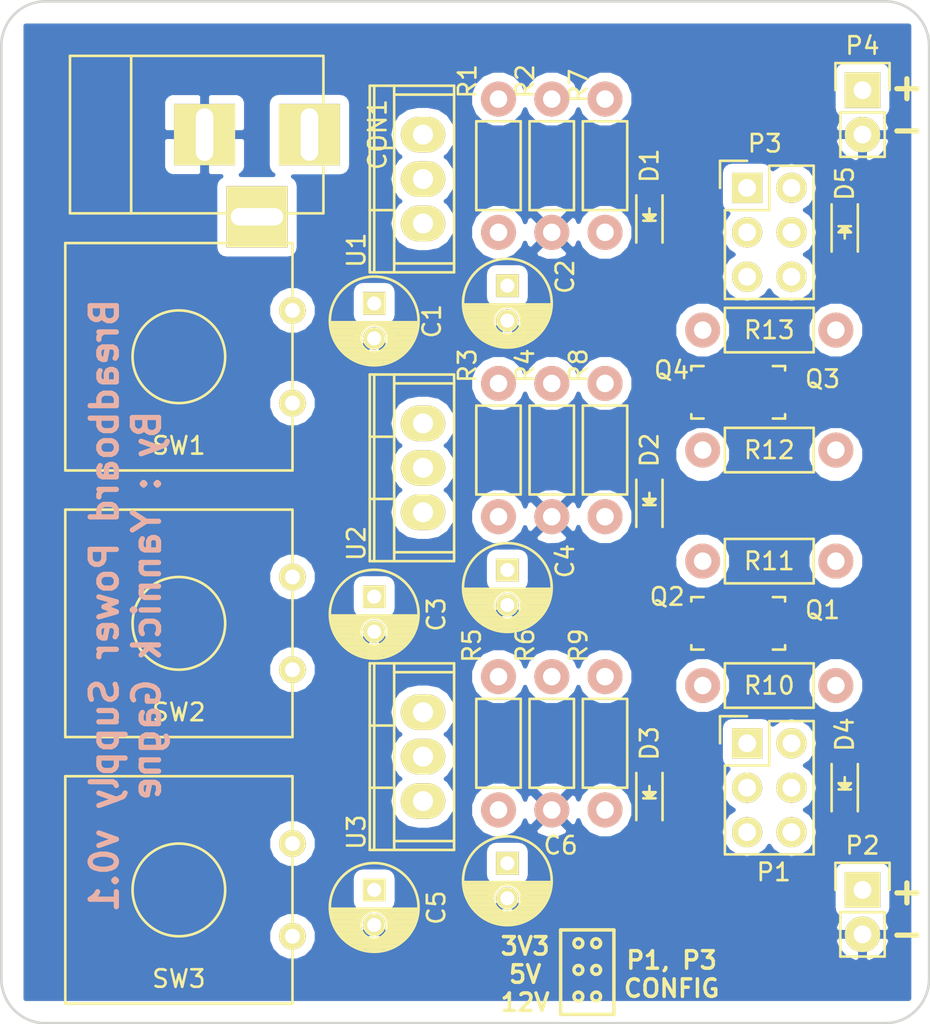
<source format=kicad_pcb>
(kicad_pcb (version 4) (host pcbnew 4.0.2-stable)

  (general
    (links 71)
    (no_connects 60)
    (area 53.264999 20.244999 106.501001 78.815001)
    (thickness 1.524)
    (drawings 23)
    (tracks 0)
    (zones 0)
    (modules 39)
    (nets 24)
  )

  (page USLetter)
  (title_block
    (title "Breadboard Power Supply")
    (date 2016-04-15)
    (rev 1)
    (company "Yannick Gagné")
  )

  (layers
    (0 F.Cu signal)
    (31 B.Cu signal hide)
    (34 B.Paste user)
    (35 F.Paste user)
    (36 B.SilkS user)
    (37 F.SilkS user)
    (38 B.Mask user)
    (39 F.Mask user)
    (44 Edge.Cuts user)
  )

  (setup
    (last_trace_width 0.1524)
    (user_trace_width 0.254)
    (user_trace_width 0.508)
    (trace_clearance 0.1524)
    (zone_clearance 0.508)
    (zone_45_only no)
    (trace_min 0.1524)
    (segment_width 0.2)
    (edge_width 0.15)
    (via_size 0.6858)
    (via_drill 0.3302)
    (via_min_size 0.6858)
    (via_min_drill 0.3302)
    (uvia_size 0.762)
    (uvia_drill 0.508)
    (uvias_allowed no)
    (uvia_min_size 0)
    (uvia_min_drill 0)
    (pcb_text_width 0.3)
    (pcb_text_size 1.5 1.5)
    (mod_edge_width 0.15)
    (mod_text_size 1 1)
    (mod_text_width 0.15)
    (pad_size 1.524 1.524)
    (pad_drill 0.762)
    (pad_to_mask_clearance 0.2)
    (aux_axis_origin 0 0)
    (visible_elements 7FFFFFFF)
    (pcbplotparams
      (layerselection 0x010f0_80000001)
      (usegerberextensions true)
      (excludeedgelayer true)
      (linewidth 0.100000)
      (plotframeref false)
      (viasonmask false)
      (mode 1)
      (useauxorigin false)
      (hpglpennumber 1)
      (hpglpenspeed 20)
      (hpglpendiameter 15)
      (hpglpenoverlay 2)
      (psnegative false)
      (psa4output false)
      (plotreference true)
      (plotvalue true)
      (plotinvisibletext false)
      (padsonsilk false)
      (subtractmaskfromsilk false)
      (outputformat 1)
      (mirror false)
      (drillshape 0)
      (scaleselection 1)
      (outputdirectory GERBER/))
  )

  (net 0 "")
  (net 1 "Net-(C1-Pad1)")
  (net 2 GND)
  (net 3 +3V3)
  (net 4 "Net-(C3-Pad1)")
  (net 5 +5V)
  (net 6 "Net-(C5-Pad1)")
  (net 7 +12V)
  (net 8 "Net-(CON1-Pad1)")
  (net 9 "Net-(CON1-Pad3)")
  (net 10 "Net-(D1-Pad2)")
  (net 11 "Net-(D2-Pad2)")
  (net 12 "Net-(D3-Pad2)")
  (net 13 "Net-(D4-Pad2)")
  (net 14 "Net-(D5-Pad2)")
  (net 15 "Net-(P1-Pad2)")
  (net 16 "Net-(P3-Pad2)")
  (net 17 "Net-(Q1-Pad1)")
  (net 18 "Net-(Q1-Pad2)")
  (net 19 "Net-(Q3-Pad1)")
  (net 20 "Net-(Q3-Pad2)")
  (net 21 "Net-(R1-Pad2)")
  (net 22 "Net-(R3-Pad2)")
  (net 23 "Net-(R5-Pad2)")

  (net_class Default "Ceci est la Netclass par défaut"
    (clearance 0.1524)
    (trace_width 0.1524)
    (via_dia 0.6858)
    (via_drill 0.3302)
    (uvia_dia 0.762)
    (uvia_drill 0.508)
    (add_net +12V)
    (add_net +3V3)
    (add_net +5V)
    (add_net GND)
    (add_net "Net-(C1-Pad1)")
    (add_net "Net-(C3-Pad1)")
    (add_net "Net-(C5-Pad1)")
    (add_net "Net-(CON1-Pad1)")
    (add_net "Net-(CON1-Pad3)")
    (add_net "Net-(D1-Pad2)")
    (add_net "Net-(D2-Pad2)")
    (add_net "Net-(D3-Pad2)")
    (add_net "Net-(D4-Pad2)")
    (add_net "Net-(D5-Pad2)")
    (add_net "Net-(P1-Pad2)")
    (add_net "Net-(P3-Pad2)")
    (add_net "Net-(Q1-Pad1)")
    (add_net "Net-(Q1-Pad2)")
    (add_net "Net-(Q3-Pad1)")
    (add_net "Net-(Q3-Pad2)")
    (add_net "Net-(R1-Pad2)")
    (add_net "Net-(R3-Pad2)")
    (add_net "Net-(R5-Pad2)")
  )

  (module Resistors_ThroughHole:Resistor_Horizontal_RM7mm (layer F.Cu) (tedit 57157B05) (tstamp 5710E562)
    (at 101.092 39.116 180)
    (descr "Resistor, Axial,  RM 7.62mm, 1/3W,")
    (tags "Resistor Axial RM 7.62mm 1/3W R3")
    (path /57101965)
    (fp_text reference R13 (at 3.81 0 180) (layer F.SilkS)
      (effects (font (size 1 1) (thickness 0.15)))
    )
    (fp_text value 680 (at -2.54 0 180) (layer F.Fab)
      (effects (font (size 1 1) (thickness 0.15)))
    )
    (fp_line (start -1.25 -1.5) (end 8.85 -1.5) (layer F.CrtYd) (width 0.05))
    (fp_line (start -1.25 1.5) (end -1.25 -1.5) (layer F.CrtYd) (width 0.05))
    (fp_line (start 8.85 -1.5) (end 8.85 1.5) (layer F.CrtYd) (width 0.05))
    (fp_line (start -1.25 1.5) (end 8.85 1.5) (layer F.CrtYd) (width 0.05))
    (fp_line (start 1.27 -1.27) (end 6.35 -1.27) (layer F.SilkS) (width 0.15))
    (fp_line (start 6.35 -1.27) (end 6.35 1.27) (layer F.SilkS) (width 0.15))
    (fp_line (start 6.35 1.27) (end 1.27 1.27) (layer F.SilkS) (width 0.15))
    (fp_line (start 1.27 1.27) (end 1.27 -1.27) (layer F.SilkS) (width 0.15))
    (pad 1 thru_hole circle (at 0 0 180) (size 1.99898 1.99898) (drill 1.00076) (layers *.Cu *.SilkS *.Mask)
      (net 14 "Net-(D5-Pad2)"))
    (pad 2 thru_hole circle (at 7.62 0 180) (size 1.99898 1.99898) (drill 1.00076) (layers *.Cu *.SilkS *.Mask)
      (net 20 "Net-(Q3-Pad2)"))
  )

  (module TO_SOT_Packages_SMD:SOT-23 (layer F.Cu) (tedit 57157A26) (tstamp 5710E50D)
    (at 97.536 42.672 270)
    (descr "SOT-23, Standard")
    (tags SOT-23)
    (path /5710181E)
    (attr smd)
    (fp_text reference Q3 (at -0.762 -2.794 360) (layer F.SilkS)
      (effects (font (size 1 1) (thickness 0.15)))
    )
    (fp_text value 3904 (at 0.762 -3.81 360) (layer F.Fab)
      (effects (font (size 1 1) (thickness 0.15)))
    )
    (fp_line (start -1.65 -1.6) (end 1.65 -1.6) (layer F.CrtYd) (width 0.05))
    (fp_line (start 1.65 -1.6) (end 1.65 1.6) (layer F.CrtYd) (width 0.05))
    (fp_line (start 1.65 1.6) (end -1.65 1.6) (layer F.CrtYd) (width 0.05))
    (fp_line (start -1.65 1.6) (end -1.65 -1.6) (layer F.CrtYd) (width 0.05))
    (fp_line (start 1.29916 -0.65024) (end 1.2509 -0.65024) (layer F.SilkS) (width 0.15))
    (fp_line (start -1.49982 0.0508) (end -1.49982 -0.65024) (layer F.SilkS) (width 0.15))
    (fp_line (start -1.49982 -0.65024) (end -1.2509 -0.65024) (layer F.SilkS) (width 0.15))
    (fp_line (start 1.29916 -0.65024) (end 1.49982 -0.65024) (layer F.SilkS) (width 0.15))
    (fp_line (start 1.49982 -0.65024) (end 1.49982 0.0508) (layer F.SilkS) (width 0.15))
    (pad 1 smd rect (at -0.95 1.00076 270) (size 0.8001 0.8001) (layers F.Cu F.Paste F.Mask)
      (net 19 "Net-(Q3-Pad1)"))
    (pad 2 smd rect (at 0.95 1.00076 270) (size 0.8001 0.8001) (layers F.Cu F.Paste F.Mask)
      (net 20 "Net-(Q3-Pad2)"))
    (pad 3 smd rect (at 0 -0.99822 270) (size 0.8001 0.8001) (layers F.Cu F.Paste F.Mask)
      (net 16 "Net-(P3-Pad2)"))
    (model TO_SOT_Packages_SMD.3dshapes/SOT-23.wrl
      (at (xyz 0 0 0))
      (scale (xyz 1 1 1))
      (rotate (xyz 0 0 0))
    )
  )

  (module Capacitors_ThroughHole:C_Radial_D5_L11_P2 (layer F.Cu) (tedit 57157B7A) (tstamp 5710E495)
    (at 74.676 37.592 270)
    (descr "Radial Electrolytic Capacitor 5mm x Length 11mm, Pitch 2mm")
    (tags "Electrolytic Capacitor")
    (path /570D95EB)
    (fp_text reference C1 (at 1.016 -3.302 270) (layer F.SilkS)
      (effects (font (size 1 1) (thickness 0.15)))
    )
    (fp_text value 0.1uF (at 0.762 3.302 270) (layer F.Fab)
      (effects (font (size 1 1) (thickness 0.15)))
    )
    (fp_line (start 1.075 -2.499) (end 1.075 2.499) (layer F.SilkS) (width 0.15))
    (fp_line (start 1.215 -2.491) (end 1.215 -0.154) (layer F.SilkS) (width 0.15))
    (fp_line (start 1.215 0.154) (end 1.215 2.491) (layer F.SilkS) (width 0.15))
    (fp_line (start 1.355 -2.475) (end 1.355 -0.473) (layer F.SilkS) (width 0.15))
    (fp_line (start 1.355 0.473) (end 1.355 2.475) (layer F.SilkS) (width 0.15))
    (fp_line (start 1.495 -2.451) (end 1.495 -0.62) (layer F.SilkS) (width 0.15))
    (fp_line (start 1.495 0.62) (end 1.495 2.451) (layer F.SilkS) (width 0.15))
    (fp_line (start 1.635 -2.418) (end 1.635 -0.712) (layer F.SilkS) (width 0.15))
    (fp_line (start 1.635 0.712) (end 1.635 2.418) (layer F.SilkS) (width 0.15))
    (fp_line (start 1.775 -2.377) (end 1.775 -0.768) (layer F.SilkS) (width 0.15))
    (fp_line (start 1.775 0.768) (end 1.775 2.377) (layer F.SilkS) (width 0.15))
    (fp_line (start 1.915 -2.327) (end 1.915 -0.795) (layer F.SilkS) (width 0.15))
    (fp_line (start 1.915 0.795) (end 1.915 2.327) (layer F.SilkS) (width 0.15))
    (fp_line (start 2.055 -2.266) (end 2.055 -0.798) (layer F.SilkS) (width 0.15))
    (fp_line (start 2.055 0.798) (end 2.055 2.266) (layer F.SilkS) (width 0.15))
    (fp_line (start 2.195 -2.196) (end 2.195 -0.776) (layer F.SilkS) (width 0.15))
    (fp_line (start 2.195 0.776) (end 2.195 2.196) (layer F.SilkS) (width 0.15))
    (fp_line (start 2.335 -2.114) (end 2.335 -0.726) (layer F.SilkS) (width 0.15))
    (fp_line (start 2.335 0.726) (end 2.335 2.114) (layer F.SilkS) (width 0.15))
    (fp_line (start 2.475 -2.019) (end 2.475 -0.644) (layer F.SilkS) (width 0.15))
    (fp_line (start 2.475 0.644) (end 2.475 2.019) (layer F.SilkS) (width 0.15))
    (fp_line (start 2.615 -1.908) (end 2.615 -0.512) (layer F.SilkS) (width 0.15))
    (fp_line (start 2.615 0.512) (end 2.615 1.908) (layer F.SilkS) (width 0.15))
    (fp_line (start 2.755 -1.78) (end 2.755 -0.265) (layer F.SilkS) (width 0.15))
    (fp_line (start 2.755 0.265) (end 2.755 1.78) (layer F.SilkS) (width 0.15))
    (fp_line (start 2.895 -1.631) (end 2.895 1.631) (layer F.SilkS) (width 0.15))
    (fp_line (start 3.035 -1.452) (end 3.035 1.452) (layer F.SilkS) (width 0.15))
    (fp_line (start 3.175 -1.233) (end 3.175 1.233) (layer F.SilkS) (width 0.15))
    (fp_line (start 3.315 -0.944) (end 3.315 0.944) (layer F.SilkS) (width 0.15))
    (fp_line (start 3.455 -0.472) (end 3.455 0.472) (layer F.SilkS) (width 0.15))
    (fp_circle (center 2 0) (end 2 -0.8) (layer F.SilkS) (width 0.15))
    (fp_circle (center 1 0) (end 1 -2.5375) (layer F.SilkS) (width 0.15))
    (fp_circle (center 1 0) (end 1 -2.8) (layer F.CrtYd) (width 0.05))
    (pad 1 thru_hole rect (at 0 0 270) (size 1.3 1.3) (drill 0.8) (layers *.Cu *.Mask F.SilkS)
      (net 1 "Net-(C1-Pad1)"))
    (pad 2 thru_hole circle (at 2 0 270) (size 1.3 1.3) (drill 0.8) (layers *.Cu *.Mask F.SilkS)
      (net 2 GND))
    (model Capacitors_ThroughHole.3dshapes/C_Radial_D5_L11_P2.wrl
      (at (xyz 0 0 0))
      (scale (xyz 1 1 1))
      (rotate (xyz 0 0 0))
    )
  )

  (module Capacitors_ThroughHole:C_Radial_D5_L11_P2 (layer F.Cu) (tedit 57157B73) (tstamp 5710E49B)
    (at 82.296 36.576 270)
    (descr "Radial Electrolytic Capacitor 5mm x Length 11mm, Pitch 2mm")
    (tags "Electrolytic Capacitor")
    (path /570D92D2)
    (fp_text reference C2 (at -0.508 -3.302 270) (layer F.SilkS)
      (effects (font (size 1 1) (thickness 0.15)))
    )
    (fp_text value 220uF (at 0.762 -4.572 270) (layer F.Fab)
      (effects (font (size 1 1) (thickness 0.15)))
    )
    (fp_line (start 1.075 -2.499) (end 1.075 2.499) (layer F.SilkS) (width 0.15))
    (fp_line (start 1.215 -2.491) (end 1.215 -0.154) (layer F.SilkS) (width 0.15))
    (fp_line (start 1.215 0.154) (end 1.215 2.491) (layer F.SilkS) (width 0.15))
    (fp_line (start 1.355 -2.475) (end 1.355 -0.473) (layer F.SilkS) (width 0.15))
    (fp_line (start 1.355 0.473) (end 1.355 2.475) (layer F.SilkS) (width 0.15))
    (fp_line (start 1.495 -2.451) (end 1.495 -0.62) (layer F.SilkS) (width 0.15))
    (fp_line (start 1.495 0.62) (end 1.495 2.451) (layer F.SilkS) (width 0.15))
    (fp_line (start 1.635 -2.418) (end 1.635 -0.712) (layer F.SilkS) (width 0.15))
    (fp_line (start 1.635 0.712) (end 1.635 2.418) (layer F.SilkS) (width 0.15))
    (fp_line (start 1.775 -2.377) (end 1.775 -0.768) (layer F.SilkS) (width 0.15))
    (fp_line (start 1.775 0.768) (end 1.775 2.377) (layer F.SilkS) (width 0.15))
    (fp_line (start 1.915 -2.327) (end 1.915 -0.795) (layer F.SilkS) (width 0.15))
    (fp_line (start 1.915 0.795) (end 1.915 2.327) (layer F.SilkS) (width 0.15))
    (fp_line (start 2.055 -2.266) (end 2.055 -0.798) (layer F.SilkS) (width 0.15))
    (fp_line (start 2.055 0.798) (end 2.055 2.266) (layer F.SilkS) (width 0.15))
    (fp_line (start 2.195 -2.196) (end 2.195 -0.776) (layer F.SilkS) (width 0.15))
    (fp_line (start 2.195 0.776) (end 2.195 2.196) (layer F.SilkS) (width 0.15))
    (fp_line (start 2.335 -2.114) (end 2.335 -0.726) (layer F.SilkS) (width 0.15))
    (fp_line (start 2.335 0.726) (end 2.335 2.114) (layer F.SilkS) (width 0.15))
    (fp_line (start 2.475 -2.019) (end 2.475 -0.644) (layer F.SilkS) (width 0.15))
    (fp_line (start 2.475 0.644) (end 2.475 2.019) (layer F.SilkS) (width 0.15))
    (fp_line (start 2.615 -1.908) (end 2.615 -0.512) (layer F.SilkS) (width 0.15))
    (fp_line (start 2.615 0.512) (end 2.615 1.908) (layer F.SilkS) (width 0.15))
    (fp_line (start 2.755 -1.78) (end 2.755 -0.265) (layer F.SilkS) (width 0.15))
    (fp_line (start 2.755 0.265) (end 2.755 1.78) (layer F.SilkS) (width 0.15))
    (fp_line (start 2.895 -1.631) (end 2.895 1.631) (layer F.SilkS) (width 0.15))
    (fp_line (start 3.035 -1.452) (end 3.035 1.452) (layer F.SilkS) (width 0.15))
    (fp_line (start 3.175 -1.233) (end 3.175 1.233) (layer F.SilkS) (width 0.15))
    (fp_line (start 3.315 -0.944) (end 3.315 0.944) (layer F.SilkS) (width 0.15))
    (fp_line (start 3.455 -0.472) (end 3.455 0.472) (layer F.SilkS) (width 0.15))
    (fp_circle (center 2 0) (end 2 -0.8) (layer F.SilkS) (width 0.15))
    (fp_circle (center 1 0) (end 1 -2.5375) (layer F.SilkS) (width 0.15))
    (fp_circle (center 1 0) (end 1 -2.8) (layer F.CrtYd) (width 0.05))
    (pad 1 thru_hole rect (at 0 0 270) (size 1.3 1.3) (drill 0.8) (layers *.Cu *.Mask F.SilkS)
      (net 3 +3V3))
    (pad 2 thru_hole circle (at 2 0 270) (size 1.3 1.3) (drill 0.8) (layers *.Cu *.Mask F.SilkS)
      (net 2 GND))
    (model Capacitors_ThroughHole.3dshapes/C_Radial_D5_L11_P2.wrl
      (at (xyz 0 0 0))
      (scale (xyz 1 1 1))
      (rotate (xyz 0 0 0))
    )
  )

  (module Capacitors_ThroughHole:C_Radial_D5_L11_P2 (layer F.Cu) (tedit 57157AC2) (tstamp 5710E4A1)
    (at 74.676 54.356 270)
    (descr "Radial Electrolytic Capacitor 5mm x Length 11mm, Pitch 2mm")
    (tags "Electrolytic Capacitor")
    (path /570D9D8F)
    (fp_text reference C3 (at 1.016 -3.556 270) (layer F.SilkS)
      (effects (font (size 1 1) (thickness 0.15)))
    )
    (fp_text value 0.1uF (at 1.27 3.302 270) (layer F.Fab)
      (effects (font (size 1 1) (thickness 0.15)))
    )
    (fp_line (start 1.075 -2.499) (end 1.075 2.499) (layer F.SilkS) (width 0.15))
    (fp_line (start 1.215 -2.491) (end 1.215 -0.154) (layer F.SilkS) (width 0.15))
    (fp_line (start 1.215 0.154) (end 1.215 2.491) (layer F.SilkS) (width 0.15))
    (fp_line (start 1.355 -2.475) (end 1.355 -0.473) (layer F.SilkS) (width 0.15))
    (fp_line (start 1.355 0.473) (end 1.355 2.475) (layer F.SilkS) (width 0.15))
    (fp_line (start 1.495 -2.451) (end 1.495 -0.62) (layer F.SilkS) (width 0.15))
    (fp_line (start 1.495 0.62) (end 1.495 2.451) (layer F.SilkS) (width 0.15))
    (fp_line (start 1.635 -2.418) (end 1.635 -0.712) (layer F.SilkS) (width 0.15))
    (fp_line (start 1.635 0.712) (end 1.635 2.418) (layer F.SilkS) (width 0.15))
    (fp_line (start 1.775 -2.377) (end 1.775 -0.768) (layer F.SilkS) (width 0.15))
    (fp_line (start 1.775 0.768) (end 1.775 2.377) (layer F.SilkS) (width 0.15))
    (fp_line (start 1.915 -2.327) (end 1.915 -0.795) (layer F.SilkS) (width 0.15))
    (fp_line (start 1.915 0.795) (end 1.915 2.327) (layer F.SilkS) (width 0.15))
    (fp_line (start 2.055 -2.266) (end 2.055 -0.798) (layer F.SilkS) (width 0.15))
    (fp_line (start 2.055 0.798) (end 2.055 2.266) (layer F.SilkS) (width 0.15))
    (fp_line (start 2.195 -2.196) (end 2.195 -0.776) (layer F.SilkS) (width 0.15))
    (fp_line (start 2.195 0.776) (end 2.195 2.196) (layer F.SilkS) (width 0.15))
    (fp_line (start 2.335 -2.114) (end 2.335 -0.726) (layer F.SilkS) (width 0.15))
    (fp_line (start 2.335 0.726) (end 2.335 2.114) (layer F.SilkS) (width 0.15))
    (fp_line (start 2.475 -2.019) (end 2.475 -0.644) (layer F.SilkS) (width 0.15))
    (fp_line (start 2.475 0.644) (end 2.475 2.019) (layer F.SilkS) (width 0.15))
    (fp_line (start 2.615 -1.908) (end 2.615 -0.512) (layer F.SilkS) (width 0.15))
    (fp_line (start 2.615 0.512) (end 2.615 1.908) (layer F.SilkS) (width 0.15))
    (fp_line (start 2.755 -1.78) (end 2.755 -0.265) (layer F.SilkS) (width 0.15))
    (fp_line (start 2.755 0.265) (end 2.755 1.78) (layer F.SilkS) (width 0.15))
    (fp_line (start 2.895 -1.631) (end 2.895 1.631) (layer F.SilkS) (width 0.15))
    (fp_line (start 3.035 -1.452) (end 3.035 1.452) (layer F.SilkS) (width 0.15))
    (fp_line (start 3.175 -1.233) (end 3.175 1.233) (layer F.SilkS) (width 0.15))
    (fp_line (start 3.315 -0.944) (end 3.315 0.944) (layer F.SilkS) (width 0.15))
    (fp_line (start 3.455 -0.472) (end 3.455 0.472) (layer F.SilkS) (width 0.15))
    (fp_circle (center 2 0) (end 2 -0.8) (layer F.SilkS) (width 0.15))
    (fp_circle (center 1 0) (end 1 -2.5375) (layer F.SilkS) (width 0.15))
    (fp_circle (center 1 0) (end 1 -2.8) (layer F.CrtYd) (width 0.05))
    (pad 1 thru_hole rect (at 0 0 270) (size 1.3 1.3) (drill 0.8) (layers *.Cu *.Mask F.SilkS)
      (net 4 "Net-(C3-Pad1)"))
    (pad 2 thru_hole circle (at 2 0 270) (size 1.3 1.3) (drill 0.8) (layers *.Cu *.Mask F.SilkS)
      (net 2 GND))
    (model Capacitors_ThroughHole.3dshapes/C_Radial_D5_L11_P2.wrl
      (at (xyz 0 0 0))
      (scale (xyz 1 1 1))
      (rotate (xyz 0 0 0))
    )
  )

  (module Capacitors_ThroughHole:C_Radial_D5_L11_P2 (layer F.Cu) (tedit 57157A86) (tstamp 5710E4A7)
    (at 82.296 52.832 270)
    (descr "Radial Electrolytic Capacitor 5mm x Length 11mm, Pitch 2mm")
    (tags "Electrolytic Capacitor")
    (path /570D9E92)
    (fp_text reference C4 (at -0.508 -3.302 270) (layer F.SilkS)
      (effects (font (size 1 1) (thickness 0.15)))
    )
    (fp_text value 220uF (at 0.508 -4.572 270) (layer F.Fab)
      (effects (font (size 1 1) (thickness 0.15)))
    )
    (fp_line (start 1.075 -2.499) (end 1.075 2.499) (layer F.SilkS) (width 0.15))
    (fp_line (start 1.215 -2.491) (end 1.215 -0.154) (layer F.SilkS) (width 0.15))
    (fp_line (start 1.215 0.154) (end 1.215 2.491) (layer F.SilkS) (width 0.15))
    (fp_line (start 1.355 -2.475) (end 1.355 -0.473) (layer F.SilkS) (width 0.15))
    (fp_line (start 1.355 0.473) (end 1.355 2.475) (layer F.SilkS) (width 0.15))
    (fp_line (start 1.495 -2.451) (end 1.495 -0.62) (layer F.SilkS) (width 0.15))
    (fp_line (start 1.495 0.62) (end 1.495 2.451) (layer F.SilkS) (width 0.15))
    (fp_line (start 1.635 -2.418) (end 1.635 -0.712) (layer F.SilkS) (width 0.15))
    (fp_line (start 1.635 0.712) (end 1.635 2.418) (layer F.SilkS) (width 0.15))
    (fp_line (start 1.775 -2.377) (end 1.775 -0.768) (layer F.SilkS) (width 0.15))
    (fp_line (start 1.775 0.768) (end 1.775 2.377) (layer F.SilkS) (width 0.15))
    (fp_line (start 1.915 -2.327) (end 1.915 -0.795) (layer F.SilkS) (width 0.15))
    (fp_line (start 1.915 0.795) (end 1.915 2.327) (layer F.SilkS) (width 0.15))
    (fp_line (start 2.055 -2.266) (end 2.055 -0.798) (layer F.SilkS) (width 0.15))
    (fp_line (start 2.055 0.798) (end 2.055 2.266) (layer F.SilkS) (width 0.15))
    (fp_line (start 2.195 -2.196) (end 2.195 -0.776) (layer F.SilkS) (width 0.15))
    (fp_line (start 2.195 0.776) (end 2.195 2.196) (layer F.SilkS) (width 0.15))
    (fp_line (start 2.335 -2.114) (end 2.335 -0.726) (layer F.SilkS) (width 0.15))
    (fp_line (start 2.335 0.726) (end 2.335 2.114) (layer F.SilkS) (width 0.15))
    (fp_line (start 2.475 -2.019) (end 2.475 -0.644) (layer F.SilkS) (width 0.15))
    (fp_line (start 2.475 0.644) (end 2.475 2.019) (layer F.SilkS) (width 0.15))
    (fp_line (start 2.615 -1.908) (end 2.615 -0.512) (layer F.SilkS) (width 0.15))
    (fp_line (start 2.615 0.512) (end 2.615 1.908) (layer F.SilkS) (width 0.15))
    (fp_line (start 2.755 -1.78) (end 2.755 -0.265) (layer F.SilkS) (width 0.15))
    (fp_line (start 2.755 0.265) (end 2.755 1.78) (layer F.SilkS) (width 0.15))
    (fp_line (start 2.895 -1.631) (end 2.895 1.631) (layer F.SilkS) (width 0.15))
    (fp_line (start 3.035 -1.452) (end 3.035 1.452) (layer F.SilkS) (width 0.15))
    (fp_line (start 3.175 -1.233) (end 3.175 1.233) (layer F.SilkS) (width 0.15))
    (fp_line (start 3.315 -0.944) (end 3.315 0.944) (layer F.SilkS) (width 0.15))
    (fp_line (start 3.455 -0.472) (end 3.455 0.472) (layer F.SilkS) (width 0.15))
    (fp_circle (center 2 0) (end 2 -0.8) (layer F.SilkS) (width 0.15))
    (fp_circle (center 1 0) (end 1 -2.5375) (layer F.SilkS) (width 0.15))
    (fp_circle (center 1 0) (end 1 -2.8) (layer F.CrtYd) (width 0.05))
    (pad 1 thru_hole rect (at 0 0 270) (size 1.3 1.3) (drill 0.8) (layers *.Cu *.Mask F.SilkS)
      (net 5 +5V))
    (pad 2 thru_hole circle (at 2 0 270) (size 1.3 1.3) (drill 0.8) (layers *.Cu *.Mask F.SilkS)
      (net 2 GND))
    (model Capacitors_ThroughHole.3dshapes/C_Radial_D5_L11_P2.wrl
      (at (xyz 0 0 0))
      (scale (xyz 1 1 1))
      (rotate (xyz 0 0 0))
    )
  )

  (module Capacitors_ThroughHole:C_Radial_D5_L11_P2 (layer F.Cu) (tedit 57157BA7) (tstamp 5710E4AD)
    (at 74.676 71.12 270)
    (descr "Radial Electrolytic Capacitor 5mm x Length 11mm, Pitch 2mm")
    (tags "Electrolytic Capacitor")
    (path /570DA378)
    (fp_text reference C5 (at 1.016 -3.556 270) (layer F.SilkS)
      (effects (font (size 1 1) (thickness 0.15)))
    )
    (fp_text value 0.1uF (at 0.762 3.302 450) (layer F.Fab)
      (effects (font (size 1 1) (thickness 0.15)))
    )
    (fp_line (start 1.075 -2.499) (end 1.075 2.499) (layer F.SilkS) (width 0.15))
    (fp_line (start 1.215 -2.491) (end 1.215 -0.154) (layer F.SilkS) (width 0.15))
    (fp_line (start 1.215 0.154) (end 1.215 2.491) (layer F.SilkS) (width 0.15))
    (fp_line (start 1.355 -2.475) (end 1.355 -0.473) (layer F.SilkS) (width 0.15))
    (fp_line (start 1.355 0.473) (end 1.355 2.475) (layer F.SilkS) (width 0.15))
    (fp_line (start 1.495 -2.451) (end 1.495 -0.62) (layer F.SilkS) (width 0.15))
    (fp_line (start 1.495 0.62) (end 1.495 2.451) (layer F.SilkS) (width 0.15))
    (fp_line (start 1.635 -2.418) (end 1.635 -0.712) (layer F.SilkS) (width 0.15))
    (fp_line (start 1.635 0.712) (end 1.635 2.418) (layer F.SilkS) (width 0.15))
    (fp_line (start 1.775 -2.377) (end 1.775 -0.768) (layer F.SilkS) (width 0.15))
    (fp_line (start 1.775 0.768) (end 1.775 2.377) (layer F.SilkS) (width 0.15))
    (fp_line (start 1.915 -2.327) (end 1.915 -0.795) (layer F.SilkS) (width 0.15))
    (fp_line (start 1.915 0.795) (end 1.915 2.327) (layer F.SilkS) (width 0.15))
    (fp_line (start 2.055 -2.266) (end 2.055 -0.798) (layer F.SilkS) (width 0.15))
    (fp_line (start 2.055 0.798) (end 2.055 2.266) (layer F.SilkS) (width 0.15))
    (fp_line (start 2.195 -2.196) (end 2.195 -0.776) (layer F.SilkS) (width 0.15))
    (fp_line (start 2.195 0.776) (end 2.195 2.196) (layer F.SilkS) (width 0.15))
    (fp_line (start 2.335 -2.114) (end 2.335 -0.726) (layer F.SilkS) (width 0.15))
    (fp_line (start 2.335 0.726) (end 2.335 2.114) (layer F.SilkS) (width 0.15))
    (fp_line (start 2.475 -2.019) (end 2.475 -0.644) (layer F.SilkS) (width 0.15))
    (fp_line (start 2.475 0.644) (end 2.475 2.019) (layer F.SilkS) (width 0.15))
    (fp_line (start 2.615 -1.908) (end 2.615 -0.512) (layer F.SilkS) (width 0.15))
    (fp_line (start 2.615 0.512) (end 2.615 1.908) (layer F.SilkS) (width 0.15))
    (fp_line (start 2.755 -1.78) (end 2.755 -0.265) (layer F.SilkS) (width 0.15))
    (fp_line (start 2.755 0.265) (end 2.755 1.78) (layer F.SilkS) (width 0.15))
    (fp_line (start 2.895 -1.631) (end 2.895 1.631) (layer F.SilkS) (width 0.15))
    (fp_line (start 3.035 -1.452) (end 3.035 1.452) (layer F.SilkS) (width 0.15))
    (fp_line (start 3.175 -1.233) (end 3.175 1.233) (layer F.SilkS) (width 0.15))
    (fp_line (start 3.315 -0.944) (end 3.315 0.944) (layer F.SilkS) (width 0.15))
    (fp_line (start 3.455 -0.472) (end 3.455 0.472) (layer F.SilkS) (width 0.15))
    (fp_circle (center 2 0) (end 2 -0.8) (layer F.SilkS) (width 0.15))
    (fp_circle (center 1 0) (end 1 -2.5375) (layer F.SilkS) (width 0.15))
    (fp_circle (center 1 0) (end 1 -2.8) (layer F.CrtYd) (width 0.05))
    (pad 1 thru_hole rect (at 0 0 270) (size 1.3 1.3) (drill 0.8) (layers *.Cu *.Mask F.SilkS)
      (net 6 "Net-(C5-Pad1)"))
    (pad 2 thru_hole circle (at 2 0 270) (size 1.3 1.3) (drill 0.8) (layers *.Cu *.Mask F.SilkS)
      (net 2 GND))
    (model Capacitors_ThroughHole.3dshapes/C_Radial_D5_L11_P2.wrl
      (at (xyz 0 0 0))
      (scale (xyz 1 1 1))
      (rotate (xyz 0 0 0))
    )
  )

  (module Capacitors_ThroughHole:C_Radial_D5_L11_P2 (layer F.Cu) (tedit 57157AA3) (tstamp 5710E4B3)
    (at 82.296 69.596 270)
    (descr "Radial Electrolytic Capacitor 5mm x Length 11mm, Pitch 2mm")
    (tags "Electrolytic Capacitor")
    (path /570DA300)
    (fp_text reference C6 (at -1.016 -3.048 360) (layer F.SilkS)
      (effects (font (size 1 1) (thickness 0.15)))
    )
    (fp_text value 220uF (at 0.254 -5.08 360) (layer F.Fab)
      (effects (font (size 1 1) (thickness 0.15)))
    )
    (fp_line (start 1.075 -2.499) (end 1.075 2.499) (layer F.SilkS) (width 0.15))
    (fp_line (start 1.215 -2.491) (end 1.215 -0.154) (layer F.SilkS) (width 0.15))
    (fp_line (start 1.215 0.154) (end 1.215 2.491) (layer F.SilkS) (width 0.15))
    (fp_line (start 1.355 -2.475) (end 1.355 -0.473) (layer F.SilkS) (width 0.15))
    (fp_line (start 1.355 0.473) (end 1.355 2.475) (layer F.SilkS) (width 0.15))
    (fp_line (start 1.495 -2.451) (end 1.495 -0.62) (layer F.SilkS) (width 0.15))
    (fp_line (start 1.495 0.62) (end 1.495 2.451) (layer F.SilkS) (width 0.15))
    (fp_line (start 1.635 -2.418) (end 1.635 -0.712) (layer F.SilkS) (width 0.15))
    (fp_line (start 1.635 0.712) (end 1.635 2.418) (layer F.SilkS) (width 0.15))
    (fp_line (start 1.775 -2.377) (end 1.775 -0.768) (layer F.SilkS) (width 0.15))
    (fp_line (start 1.775 0.768) (end 1.775 2.377) (layer F.SilkS) (width 0.15))
    (fp_line (start 1.915 -2.327) (end 1.915 -0.795) (layer F.SilkS) (width 0.15))
    (fp_line (start 1.915 0.795) (end 1.915 2.327) (layer F.SilkS) (width 0.15))
    (fp_line (start 2.055 -2.266) (end 2.055 -0.798) (layer F.SilkS) (width 0.15))
    (fp_line (start 2.055 0.798) (end 2.055 2.266) (layer F.SilkS) (width 0.15))
    (fp_line (start 2.195 -2.196) (end 2.195 -0.776) (layer F.SilkS) (width 0.15))
    (fp_line (start 2.195 0.776) (end 2.195 2.196) (layer F.SilkS) (width 0.15))
    (fp_line (start 2.335 -2.114) (end 2.335 -0.726) (layer F.SilkS) (width 0.15))
    (fp_line (start 2.335 0.726) (end 2.335 2.114) (layer F.SilkS) (width 0.15))
    (fp_line (start 2.475 -2.019) (end 2.475 -0.644) (layer F.SilkS) (width 0.15))
    (fp_line (start 2.475 0.644) (end 2.475 2.019) (layer F.SilkS) (width 0.15))
    (fp_line (start 2.615 -1.908) (end 2.615 -0.512) (layer F.SilkS) (width 0.15))
    (fp_line (start 2.615 0.512) (end 2.615 1.908) (layer F.SilkS) (width 0.15))
    (fp_line (start 2.755 -1.78) (end 2.755 -0.265) (layer F.SilkS) (width 0.15))
    (fp_line (start 2.755 0.265) (end 2.755 1.78) (layer F.SilkS) (width 0.15))
    (fp_line (start 2.895 -1.631) (end 2.895 1.631) (layer F.SilkS) (width 0.15))
    (fp_line (start 3.035 -1.452) (end 3.035 1.452) (layer F.SilkS) (width 0.15))
    (fp_line (start 3.175 -1.233) (end 3.175 1.233) (layer F.SilkS) (width 0.15))
    (fp_line (start 3.315 -0.944) (end 3.315 0.944) (layer F.SilkS) (width 0.15))
    (fp_line (start 3.455 -0.472) (end 3.455 0.472) (layer F.SilkS) (width 0.15))
    (fp_circle (center 2 0) (end 2 -0.8) (layer F.SilkS) (width 0.15))
    (fp_circle (center 1 0) (end 1 -2.5375) (layer F.SilkS) (width 0.15))
    (fp_circle (center 1 0) (end 1 -2.8) (layer F.CrtYd) (width 0.05))
    (pad 1 thru_hole rect (at 0 0 270) (size 1.3 1.3) (drill 0.8) (layers *.Cu *.Mask F.SilkS)
      (net 7 +12V))
    (pad 2 thru_hole circle (at 2 0 270) (size 1.3 1.3) (drill 0.8) (layers *.Cu *.Mask F.SilkS)
      (net 2 GND))
    (model Capacitors_ThroughHole.3dshapes/C_Radial_D5_L11_P2.wrl
      (at (xyz 0 0 0))
      (scale (xyz 1 1 1))
      (rotate (xyz 0 0 0))
    )
  )

  (module Connect:BARREL_JACK (layer F.Cu) (tedit 57150D94) (tstamp 5710E4BA)
    (at 64.77 27.94)
    (descr "DC Barrel Jack")
    (tags "Power Jack")
    (path /57083FF9)
    (fp_text reference CON1 (at 10.09904 0 90) (layer F.SilkS)
      (effects (font (size 1 1) (thickness 0.15)))
    )
    (fp_text value BARREL_JACK (at 1.27 -2.54) (layer F.Fab)
      (effects (font (size 1 1) (thickness 0.15)))
    )
    (fp_line (start -4.0005 -4.50088) (end -4.0005 4.50088) (layer F.SilkS) (width 0.15))
    (fp_line (start -7.50062 -4.50088) (end -7.50062 4.50088) (layer F.SilkS) (width 0.15))
    (fp_line (start -7.50062 4.50088) (end 7.00024 4.50088) (layer F.SilkS) (width 0.15))
    (fp_line (start 7.00024 4.50088) (end 7.00024 -4.50088) (layer F.SilkS) (width 0.15))
    (fp_line (start 7.00024 -4.50088) (end -7.50062 -4.50088) (layer F.SilkS) (width 0.15))
    (pad 1 thru_hole rect (at 6.20014 0) (size 3.50012 3.50012) (drill oval 1.00076 2.99974) (layers *.Cu *.Mask F.SilkS)
      (net 8 "Net-(CON1-Pad1)"))
    (pad 2 thru_hole rect (at 0.20066 0) (size 3.50012 3.50012) (drill oval 1.00076 2.99974) (layers *.Cu *.Mask F.SilkS)
      (net 2 GND))
    (pad 3 thru_hole rect (at 3.2004 4.699) (size 3.50012 3.50012) (drill oval 2.99974 1.00076) (layers *.Cu *.Mask F.SilkS)
      (net 9 "Net-(CON1-Pad3)"))
  )

  (module LEDs:LED_0805 (layer F.Cu) (tedit 57157B44) (tstamp 5710E4C0)
    (at 90.424 32.512 90)
    (descr "LED 0805 smd package")
    (tags "LED 0805 SMD")
    (path /570877E9)
    (attr smd)
    (fp_text reference D1 (at 2.794 0 90) (layer F.SilkS)
      (effects (font (size 1 1) (thickness 0.15)))
    )
    (fp_text value LED (at 0 1.75 90) (layer F.Fab)
      (effects (font (size 1 1) (thickness 0.15)))
    )
    (fp_line (start -1.6 0.75) (end 1.1 0.75) (layer F.SilkS) (width 0.15))
    (fp_line (start -1.6 -0.75) (end 1.1 -0.75) (layer F.SilkS) (width 0.15))
    (fp_line (start -0.1 0.15) (end -0.1 -0.1) (layer F.SilkS) (width 0.15))
    (fp_line (start -0.1 -0.1) (end -0.25 0.05) (layer F.SilkS) (width 0.15))
    (fp_line (start -0.35 -0.35) (end -0.35 0.35) (layer F.SilkS) (width 0.15))
    (fp_line (start 0 0) (end 0.35 0) (layer F.SilkS) (width 0.15))
    (fp_line (start -0.35 0) (end 0 -0.35) (layer F.SilkS) (width 0.15))
    (fp_line (start 0 -0.35) (end 0 0.35) (layer F.SilkS) (width 0.15))
    (fp_line (start 0 0.35) (end -0.35 0) (layer F.SilkS) (width 0.15))
    (fp_line (start 1.9 -0.95) (end 1.9 0.95) (layer F.CrtYd) (width 0.05))
    (fp_line (start 1.9 0.95) (end -1.9 0.95) (layer F.CrtYd) (width 0.05))
    (fp_line (start -1.9 0.95) (end -1.9 -0.95) (layer F.CrtYd) (width 0.05))
    (fp_line (start -1.9 -0.95) (end 1.9 -0.95) (layer F.CrtYd) (width 0.05))
    (pad 2 smd rect (at 1.04902 0 270) (size 1.19888 1.19888) (layers F.Cu F.Paste F.Mask)
      (net 10 "Net-(D1-Pad2)"))
    (pad 1 smd rect (at -1.04902 0 270) (size 1.19888 1.19888) (layers F.Cu F.Paste F.Mask)
      (net 2 GND))
    (model LEDs.3dshapes/LED_0805.wrl
      (at (xyz 0 0 0))
      (scale (xyz 1 1 1))
      (rotate (xyz 0 0 0))
    )
  )

  (module LEDs:LED_0805 (layer F.Cu) (tedit 57157B51) (tstamp 5710E4C6)
    (at 90.424 48.768 90)
    (descr "LED 0805 smd package")
    (tags "LED 0805 SMD")
    (path /5708844E)
    (attr smd)
    (fp_text reference D2 (at 2.794 0 90) (layer F.SilkS)
      (effects (font (size 1 1) (thickness 0.15)))
    )
    (fp_text value LED (at 0 1.75 90) (layer F.Fab)
      (effects (font (size 1 1) (thickness 0.15)))
    )
    (fp_line (start -1.6 0.75) (end 1.1 0.75) (layer F.SilkS) (width 0.15))
    (fp_line (start -1.6 -0.75) (end 1.1 -0.75) (layer F.SilkS) (width 0.15))
    (fp_line (start -0.1 0.15) (end -0.1 -0.1) (layer F.SilkS) (width 0.15))
    (fp_line (start -0.1 -0.1) (end -0.25 0.05) (layer F.SilkS) (width 0.15))
    (fp_line (start -0.35 -0.35) (end -0.35 0.35) (layer F.SilkS) (width 0.15))
    (fp_line (start 0 0) (end 0.35 0) (layer F.SilkS) (width 0.15))
    (fp_line (start -0.35 0) (end 0 -0.35) (layer F.SilkS) (width 0.15))
    (fp_line (start 0 -0.35) (end 0 0.35) (layer F.SilkS) (width 0.15))
    (fp_line (start 0 0.35) (end -0.35 0) (layer F.SilkS) (width 0.15))
    (fp_line (start 1.9 -0.95) (end 1.9 0.95) (layer F.CrtYd) (width 0.05))
    (fp_line (start 1.9 0.95) (end -1.9 0.95) (layer F.CrtYd) (width 0.05))
    (fp_line (start -1.9 0.95) (end -1.9 -0.95) (layer F.CrtYd) (width 0.05))
    (fp_line (start -1.9 -0.95) (end 1.9 -0.95) (layer F.CrtYd) (width 0.05))
    (pad 2 smd rect (at 1.04902 0 270) (size 1.19888 1.19888) (layers F.Cu F.Paste F.Mask)
      (net 11 "Net-(D2-Pad2)"))
    (pad 1 smd rect (at -1.04902 0 270) (size 1.19888 1.19888) (layers F.Cu F.Paste F.Mask)
      (net 2 GND))
    (model LEDs.3dshapes/LED_0805.wrl
      (at (xyz 0 0 0))
      (scale (xyz 1 1 1))
      (rotate (xyz 0 0 0))
    )
  )

  (module LEDs:LED_0805 (layer F.Cu) (tedit 57157B58) (tstamp 5710E4CC)
    (at 90.424 65.532 90)
    (descr "LED 0805 smd package")
    (tags "LED 0805 SMD")
    (path /57089B11)
    (attr smd)
    (fp_text reference D3 (at 2.794 0 90) (layer F.SilkS)
      (effects (font (size 1 1) (thickness 0.15)))
    )
    (fp_text value LED (at 0 1.75 90) (layer F.Fab)
      (effects (font (size 1 1) (thickness 0.15)))
    )
    (fp_line (start -1.6 0.75) (end 1.1 0.75) (layer F.SilkS) (width 0.15))
    (fp_line (start -1.6 -0.75) (end 1.1 -0.75) (layer F.SilkS) (width 0.15))
    (fp_line (start -0.1 0.15) (end -0.1 -0.1) (layer F.SilkS) (width 0.15))
    (fp_line (start -0.1 -0.1) (end -0.25 0.05) (layer F.SilkS) (width 0.15))
    (fp_line (start -0.35 -0.35) (end -0.35 0.35) (layer F.SilkS) (width 0.15))
    (fp_line (start 0 0) (end 0.35 0) (layer F.SilkS) (width 0.15))
    (fp_line (start -0.35 0) (end 0 -0.35) (layer F.SilkS) (width 0.15))
    (fp_line (start 0 -0.35) (end 0 0.35) (layer F.SilkS) (width 0.15))
    (fp_line (start 0 0.35) (end -0.35 0) (layer F.SilkS) (width 0.15))
    (fp_line (start 1.9 -0.95) (end 1.9 0.95) (layer F.CrtYd) (width 0.05))
    (fp_line (start 1.9 0.95) (end -1.9 0.95) (layer F.CrtYd) (width 0.05))
    (fp_line (start -1.9 0.95) (end -1.9 -0.95) (layer F.CrtYd) (width 0.05))
    (fp_line (start -1.9 -0.95) (end 1.9 -0.95) (layer F.CrtYd) (width 0.05))
    (pad 2 smd rect (at 1.04902 0 270) (size 1.19888 1.19888) (layers F.Cu F.Paste F.Mask)
      (net 12 "Net-(D3-Pad2)"))
    (pad 1 smd rect (at -1.04902 0 270) (size 1.19888 1.19888) (layers F.Cu F.Paste F.Mask)
      (net 2 GND))
    (model LEDs.3dshapes/LED_0805.wrl
      (at (xyz 0 0 0))
      (scale (xyz 1 1 1))
      (rotate (xyz 0 0 0))
    )
  )

  (module LEDs:LED_0805 (layer F.Cu) (tedit 57157B5D) (tstamp 5710E4D2)
    (at 101.6 65.024 90)
    (descr "LED 0805 smd package")
    (tags "LED 0805 SMD")
    (path /570DF4F8)
    (attr smd)
    (fp_text reference D4 (at 2.794 0 90) (layer F.SilkS)
      (effects (font (size 1 1) (thickness 0.15)))
    )
    (fp_text value Led_Small (at 0 -2.54 90) (layer F.Fab) hide
      (effects (font (size 1 1) (thickness 0.15)))
    )
    (fp_line (start -1.6 0.75) (end 1.1 0.75) (layer F.SilkS) (width 0.15))
    (fp_line (start -1.6 -0.75) (end 1.1 -0.75) (layer F.SilkS) (width 0.15))
    (fp_line (start -0.1 0.15) (end -0.1 -0.1) (layer F.SilkS) (width 0.15))
    (fp_line (start -0.1 -0.1) (end -0.25 0.05) (layer F.SilkS) (width 0.15))
    (fp_line (start -0.35 -0.35) (end -0.35 0.35) (layer F.SilkS) (width 0.15))
    (fp_line (start 0 0) (end 0.35 0) (layer F.SilkS) (width 0.15))
    (fp_line (start -0.35 0) (end 0 -0.35) (layer F.SilkS) (width 0.15))
    (fp_line (start 0 -0.35) (end 0 0.35) (layer F.SilkS) (width 0.15))
    (fp_line (start 0 0.35) (end -0.35 0) (layer F.SilkS) (width 0.15))
    (fp_line (start 1.9 -0.95) (end 1.9 0.95) (layer F.CrtYd) (width 0.05))
    (fp_line (start 1.9 0.95) (end -1.9 0.95) (layer F.CrtYd) (width 0.05))
    (fp_line (start -1.9 0.95) (end -1.9 -0.95) (layer F.CrtYd) (width 0.05))
    (fp_line (start -1.9 -0.95) (end 1.9 -0.95) (layer F.CrtYd) (width 0.05))
    (pad 2 smd rect (at 1.04902 0 270) (size 1.19888 1.19888) (layers F.Cu F.Paste F.Mask)
      (net 13 "Net-(D4-Pad2)"))
    (pad 1 smd rect (at -1.04902 0 270) (size 1.19888 1.19888) (layers F.Cu F.Paste F.Mask)
      (net 2 GND))
    (model LEDs.3dshapes/LED_0805.wrl
      (at (xyz 0 0 0))
      (scale (xyz 1 1 1))
      (rotate (xyz 0 0 0))
    )
  )

  (module LEDs:LED_0805 (layer F.Cu) (tedit 57157B66) (tstamp 5710E4D8)
    (at 101.6 33.528 270)
    (descr "LED 0805 smd package")
    (tags "LED 0805 SMD")
    (path /57101A0B)
    (attr smd)
    (fp_text reference D5 (at -2.794 0 270) (layer F.SilkS)
      (effects (font (size 1 1) (thickness 0.15)))
    )
    (fp_text value Led_Small (at 0 -2.032 270) (layer F.Fab) hide
      (effects (font (size 1 1) (thickness 0.15)))
    )
    (fp_line (start -1.6 0.75) (end 1.1 0.75) (layer F.SilkS) (width 0.15))
    (fp_line (start -1.6 -0.75) (end 1.1 -0.75) (layer F.SilkS) (width 0.15))
    (fp_line (start -0.1 0.15) (end -0.1 -0.1) (layer F.SilkS) (width 0.15))
    (fp_line (start -0.1 -0.1) (end -0.25 0.05) (layer F.SilkS) (width 0.15))
    (fp_line (start -0.35 -0.35) (end -0.35 0.35) (layer F.SilkS) (width 0.15))
    (fp_line (start 0 0) (end 0.35 0) (layer F.SilkS) (width 0.15))
    (fp_line (start -0.35 0) (end 0 -0.35) (layer F.SilkS) (width 0.15))
    (fp_line (start 0 -0.35) (end 0 0.35) (layer F.SilkS) (width 0.15))
    (fp_line (start 0 0.35) (end -0.35 0) (layer F.SilkS) (width 0.15))
    (fp_line (start 1.9 -0.95) (end 1.9 0.95) (layer F.CrtYd) (width 0.05))
    (fp_line (start 1.9 0.95) (end -1.9 0.95) (layer F.CrtYd) (width 0.05))
    (fp_line (start -1.9 0.95) (end -1.9 -0.95) (layer F.CrtYd) (width 0.05))
    (fp_line (start -1.9 -0.95) (end 1.9 -0.95) (layer F.CrtYd) (width 0.05))
    (pad 2 smd rect (at 1.04902 0 90) (size 1.19888 1.19888) (layers F.Cu F.Paste F.Mask)
      (net 14 "Net-(D5-Pad2)"))
    (pad 1 smd rect (at -1.04902 0 90) (size 1.19888 1.19888) (layers F.Cu F.Paste F.Mask)
      (net 2 GND))
    (model LEDs.3dshapes/LED_0805.wrl
      (at (xyz 0 0 0))
      (scale (xyz 1 1 1))
      (rotate (xyz 0 0 0))
    )
  )

  (module Pin_Headers:Pin_Header_Straight_2x03 (layer F.Cu) (tedit 571567A5) (tstamp 5710E4E2)
    (at 96.012 62.738)
    (descr "Through hole pin header")
    (tags "pin header")
    (path /570DB99A)
    (fp_text reference P1 (at 1.524 7.366) (layer F.SilkS)
      (effects (font (size 1 1) (thickness 0.15)))
    )
    (fp_text value JUMPER_LEFT (at 1.016 8.89) (layer F.Fab) hide
      (effects (font (size 1 1) (thickness 0.15)))
    )
    (fp_line (start -1.27 1.27) (end -1.27 6.35) (layer F.SilkS) (width 0.15))
    (fp_line (start -1.55 -1.55) (end 0 -1.55) (layer F.SilkS) (width 0.15))
    (fp_line (start -1.75 -1.75) (end -1.75 6.85) (layer F.CrtYd) (width 0.05))
    (fp_line (start 4.3 -1.75) (end 4.3 6.85) (layer F.CrtYd) (width 0.05))
    (fp_line (start -1.75 -1.75) (end 4.3 -1.75) (layer F.CrtYd) (width 0.05))
    (fp_line (start -1.75 6.85) (end 4.3 6.85) (layer F.CrtYd) (width 0.05))
    (fp_line (start 1.27 -1.27) (end 1.27 1.27) (layer F.SilkS) (width 0.15))
    (fp_line (start 1.27 1.27) (end -1.27 1.27) (layer F.SilkS) (width 0.15))
    (fp_line (start -1.27 6.35) (end 3.81 6.35) (layer F.SilkS) (width 0.15))
    (fp_line (start 3.81 6.35) (end 3.81 1.27) (layer F.SilkS) (width 0.15))
    (fp_line (start -1.55 -1.55) (end -1.55 0) (layer F.SilkS) (width 0.15))
    (fp_line (start 3.81 -1.27) (end 1.27 -1.27) (layer F.SilkS) (width 0.15))
    (fp_line (start 3.81 1.27) (end 3.81 -1.27) (layer F.SilkS) (width 0.15))
    (pad 1 thru_hole rect (at 0 0) (size 1.7272 1.7272) (drill 1.016) (layers *.Cu *.Mask F.SilkS)
      (net 3 +3V3))
    (pad 2 thru_hole oval (at 2.54 0) (size 1.7272 1.7272) (drill 1.016) (layers *.Cu *.Mask F.SilkS)
      (net 15 "Net-(P1-Pad2)"))
    (pad 3 thru_hole oval (at 0 2.54) (size 1.7272 1.7272) (drill 1.016) (layers *.Cu *.Mask F.SilkS)
      (net 5 +5V))
    (pad 4 thru_hole oval (at 2.54 2.54) (size 1.7272 1.7272) (drill 1.016) (layers *.Cu *.Mask F.SilkS)
      (net 15 "Net-(P1-Pad2)"))
    (pad 5 thru_hole oval (at 0 5.08) (size 1.7272 1.7272) (drill 1.016) (layers *.Cu *.Mask F.SilkS)
      (net 7 +12V))
    (pad 6 thru_hole oval (at 2.54 5.08) (size 1.7272 1.7272) (drill 1.016) (layers *.Cu *.Mask F.SilkS)
      (net 15 "Net-(P1-Pad2)"))
    (model Pin_Headers.3dshapes/Pin_Header_Straight_2x03.wrl
      (at (xyz 0.05 -0.1 0))
      (scale (xyz 1 1 1))
      (rotate (xyz 0 0 90))
    )
  )

  (module Pin_Headers:Pin_Header_Straight_1x02 (layer F.Cu) (tedit 57150E4C) (tstamp 5710E4E8)
    (at 102.616 71.12)
    (descr "Through hole pin header")
    (tags "pin header")
    (path /5708425F)
    (fp_text reference P2 (at 0 -2.54) (layer F.SilkS)
      (effects (font (size 1 1) (thickness 0.15)))
    )
    (fp_text value LEFT (at 0 5.08) (layer F.Fab) hide
      (effects (font (size 1 1) (thickness 0.15)))
    )
    (fp_line (start 1.27 1.27) (end 1.27 3.81) (layer F.SilkS) (width 0.15))
    (fp_line (start 1.55 -1.55) (end 1.55 0) (layer F.SilkS) (width 0.15))
    (fp_line (start -1.75 -1.75) (end -1.75 4.3) (layer F.CrtYd) (width 0.05))
    (fp_line (start 1.75 -1.75) (end 1.75 4.3) (layer F.CrtYd) (width 0.05))
    (fp_line (start -1.75 -1.75) (end 1.75 -1.75) (layer F.CrtYd) (width 0.05))
    (fp_line (start -1.75 4.3) (end 1.75 4.3) (layer F.CrtYd) (width 0.05))
    (fp_line (start 1.27 1.27) (end -1.27 1.27) (layer F.SilkS) (width 0.15))
    (fp_line (start -1.55 0) (end -1.55 -1.55) (layer F.SilkS) (width 0.15))
    (fp_line (start -1.55 -1.55) (end 1.55 -1.55) (layer F.SilkS) (width 0.15))
    (fp_line (start -1.27 1.27) (end -1.27 3.81) (layer F.SilkS) (width 0.15))
    (fp_line (start -1.27 3.81) (end 1.27 3.81) (layer F.SilkS) (width 0.15))
    (pad 1 thru_hole rect (at 0 0) (size 2.032 2.032) (drill 1.016) (layers *.Cu *.Mask F.SilkS)
      (net 15 "Net-(P1-Pad2)"))
    (pad 2 thru_hole oval (at 0 2.54) (size 2.032 2.032) (drill 1.016) (layers *.Cu *.Mask F.SilkS)
      (net 2 GND))
    (model Pin_Headers.3dshapes/Pin_Header_Straight_1x02.wrl
      (at (xyz 0 -0.05 0))
      (scale (xyz 1 1 1))
      (rotate (xyz 0 0 90))
    )
  )

  (module Pin_Headers:Pin_Header_Straight_2x03 (layer F.Cu) (tedit 57150E1D) (tstamp 5710E4F2)
    (at 96.012 30.988)
    (descr "Through hole pin header")
    (tags "pin header")
    (path /570DBA01)
    (fp_text reference P3 (at 1.016 -2.54) (layer F.SilkS)
      (effects (font (size 1 1) (thickness 0.15)))
    )
    (fp_text value JUMPER_RIGHT (at 0.508 -5.588) (layer F.Fab) hide
      (effects (font (size 1 1) (thickness 0.15)))
    )
    (fp_line (start -1.27 1.27) (end -1.27 6.35) (layer F.SilkS) (width 0.15))
    (fp_line (start -1.55 -1.55) (end 0 -1.55) (layer F.SilkS) (width 0.15))
    (fp_line (start -1.75 -1.75) (end -1.75 6.85) (layer F.CrtYd) (width 0.05))
    (fp_line (start 4.3 -1.75) (end 4.3 6.85) (layer F.CrtYd) (width 0.05))
    (fp_line (start -1.75 -1.75) (end 4.3 -1.75) (layer F.CrtYd) (width 0.05))
    (fp_line (start -1.75 6.85) (end 4.3 6.85) (layer F.CrtYd) (width 0.05))
    (fp_line (start 1.27 -1.27) (end 1.27 1.27) (layer F.SilkS) (width 0.15))
    (fp_line (start 1.27 1.27) (end -1.27 1.27) (layer F.SilkS) (width 0.15))
    (fp_line (start -1.27 6.35) (end 3.81 6.35) (layer F.SilkS) (width 0.15))
    (fp_line (start 3.81 6.35) (end 3.81 1.27) (layer F.SilkS) (width 0.15))
    (fp_line (start -1.55 -1.55) (end -1.55 0) (layer F.SilkS) (width 0.15))
    (fp_line (start 3.81 -1.27) (end 1.27 -1.27) (layer F.SilkS) (width 0.15))
    (fp_line (start 3.81 1.27) (end 3.81 -1.27) (layer F.SilkS) (width 0.15))
    (pad 1 thru_hole rect (at 0 0) (size 1.7272 1.7272) (drill 1.016) (layers *.Cu *.Mask F.SilkS)
      (net 3 +3V3))
    (pad 2 thru_hole oval (at 2.54 0) (size 1.7272 1.7272) (drill 1.016) (layers *.Cu *.Mask F.SilkS)
      (net 16 "Net-(P3-Pad2)"))
    (pad 3 thru_hole oval (at 0 2.54) (size 1.7272 1.7272) (drill 1.016) (layers *.Cu *.Mask F.SilkS)
      (net 5 +5V))
    (pad 4 thru_hole oval (at 2.54 2.54) (size 1.7272 1.7272) (drill 1.016) (layers *.Cu *.Mask F.SilkS)
      (net 16 "Net-(P3-Pad2)"))
    (pad 5 thru_hole oval (at 0 5.08) (size 1.7272 1.7272) (drill 1.016) (layers *.Cu *.Mask F.SilkS)
      (net 7 +12V))
    (pad 6 thru_hole oval (at 2.54 5.08) (size 1.7272 1.7272) (drill 1.016) (layers *.Cu *.Mask F.SilkS)
      (net 16 "Net-(P3-Pad2)"))
    (model Pin_Headers.3dshapes/Pin_Header_Straight_2x03.wrl
      (at (xyz 0.05 -0.1 0))
      (scale (xyz 1 1 1))
      (rotate (xyz 0 0 90))
    )
  )

  (module Pin_Headers:Pin_Header_Straight_1x02 (layer F.Cu) (tedit 57150E2F) (tstamp 5710E4F8)
    (at 102.616 25.4)
    (descr "Through hole pin header")
    (tags "pin header")
    (path /570842C0)
    (fp_text reference P4 (at 0 -2.54) (layer F.SilkS)
      (effects (font (size 1 1) (thickness 0.15)))
    )
    (fp_text value RIGHT (at 0 5.588) (layer F.Fab) hide
      (effects (font (size 1 1) (thickness 0.15)))
    )
    (fp_line (start 1.27 1.27) (end 1.27 3.81) (layer F.SilkS) (width 0.15))
    (fp_line (start 1.55 -1.55) (end 1.55 0) (layer F.SilkS) (width 0.15))
    (fp_line (start -1.75 -1.75) (end -1.75 4.3) (layer F.CrtYd) (width 0.05))
    (fp_line (start 1.75 -1.75) (end 1.75 4.3) (layer F.CrtYd) (width 0.05))
    (fp_line (start -1.75 -1.75) (end 1.75 -1.75) (layer F.CrtYd) (width 0.05))
    (fp_line (start -1.75 4.3) (end 1.75 4.3) (layer F.CrtYd) (width 0.05))
    (fp_line (start 1.27 1.27) (end -1.27 1.27) (layer F.SilkS) (width 0.15))
    (fp_line (start -1.55 0) (end -1.55 -1.55) (layer F.SilkS) (width 0.15))
    (fp_line (start -1.55 -1.55) (end 1.55 -1.55) (layer F.SilkS) (width 0.15))
    (fp_line (start -1.27 1.27) (end -1.27 3.81) (layer F.SilkS) (width 0.15))
    (fp_line (start -1.27 3.81) (end 1.27 3.81) (layer F.SilkS) (width 0.15))
    (pad 1 thru_hole rect (at 0 0) (size 2.032 2.032) (drill 1.016) (layers *.Cu *.Mask F.SilkS)
      (net 16 "Net-(P3-Pad2)"))
    (pad 2 thru_hole oval (at 0 2.54) (size 2.032 2.032) (drill 1.016) (layers *.Cu *.Mask F.SilkS)
      (net 2 GND))
    (model Pin_Headers.3dshapes/Pin_Header_Straight_1x02.wrl
      (at (xyz 0 -0.05 0))
      (scale (xyz 1 1 1))
      (rotate (xyz 0 0 90))
    )
  )

  (module TO_SOT_Packages_SMD:SOT-23 (layer F.Cu) (tedit 57157A3C) (tstamp 5710E4FF)
    (at 97.536 55.88 270)
    (descr "SOT-23, Standard")
    (tags SOT-23)
    (path /570FD40A)
    (attr smd)
    (fp_text reference Q1 (at -0.762 -2.794 360) (layer F.SilkS)
      (effects (font (size 1 1) (thickness 0.15)))
    )
    (fp_text value 3904 (at 0.762 -3.81 360) (layer F.Fab)
      (effects (font (size 1 1) (thickness 0.15)))
    )
    (fp_line (start -1.65 -1.6) (end 1.65 -1.6) (layer F.CrtYd) (width 0.05))
    (fp_line (start 1.65 -1.6) (end 1.65 1.6) (layer F.CrtYd) (width 0.05))
    (fp_line (start 1.65 1.6) (end -1.65 1.6) (layer F.CrtYd) (width 0.05))
    (fp_line (start -1.65 1.6) (end -1.65 -1.6) (layer F.CrtYd) (width 0.05))
    (fp_line (start 1.29916 -0.65024) (end 1.2509 -0.65024) (layer F.SilkS) (width 0.15))
    (fp_line (start -1.49982 0.0508) (end -1.49982 -0.65024) (layer F.SilkS) (width 0.15))
    (fp_line (start -1.49982 -0.65024) (end -1.2509 -0.65024) (layer F.SilkS) (width 0.15))
    (fp_line (start 1.29916 -0.65024) (end 1.49982 -0.65024) (layer F.SilkS) (width 0.15))
    (fp_line (start 1.49982 -0.65024) (end 1.49982 0.0508) (layer F.SilkS) (width 0.15))
    (pad 1 smd rect (at -0.95 1.00076 270) (size 0.8001 0.8001) (layers F.Cu F.Paste F.Mask)
      (net 17 "Net-(Q1-Pad1)"))
    (pad 2 smd rect (at 0.95 1.00076 270) (size 0.8001 0.8001) (layers F.Cu F.Paste F.Mask)
      (net 18 "Net-(Q1-Pad2)"))
    (pad 3 smd rect (at 0 -0.99822 270) (size 0.8001 0.8001) (layers F.Cu F.Paste F.Mask)
      (net 15 "Net-(P1-Pad2)"))
    (model TO_SOT_Packages_SMD.3dshapes/SOT-23.wrl
      (at (xyz 0 0 0))
      (scale (xyz 1 1 1))
      (rotate (xyz 0 0 0))
    )
  )

  (module TO_SOT_Packages_SMD:SOT-23 (layer F.Cu) (tedit 57157A48) (tstamp 5710E506)
    (at 93.472 55.88 90)
    (descr "SOT-23, Standard")
    (tags SOT-23)
    (path /570FD5C7)
    (attr smd)
    (fp_text reference Q2 (at 1.524 -2.032 180) (layer F.SilkS)
      (effects (font (size 1 1) (thickness 0.15)))
    )
    (fp_text value 3904 (at 0 -3.556 180) (layer F.Fab)
      (effects (font (size 1 1) (thickness 0.15)))
    )
    (fp_line (start -1.65 -1.6) (end 1.65 -1.6) (layer F.CrtYd) (width 0.05))
    (fp_line (start 1.65 -1.6) (end 1.65 1.6) (layer F.CrtYd) (width 0.05))
    (fp_line (start 1.65 1.6) (end -1.65 1.6) (layer F.CrtYd) (width 0.05))
    (fp_line (start -1.65 1.6) (end -1.65 -1.6) (layer F.CrtYd) (width 0.05))
    (fp_line (start 1.29916 -0.65024) (end 1.2509 -0.65024) (layer F.SilkS) (width 0.15))
    (fp_line (start -1.49982 0.0508) (end -1.49982 -0.65024) (layer F.SilkS) (width 0.15))
    (fp_line (start -1.49982 -0.65024) (end -1.2509 -0.65024) (layer F.SilkS) (width 0.15))
    (fp_line (start 1.29916 -0.65024) (end 1.49982 -0.65024) (layer F.SilkS) (width 0.15))
    (fp_line (start 1.49982 -0.65024) (end 1.49982 0.0508) (layer F.SilkS) (width 0.15))
    (pad 1 smd rect (at -0.95 1.00076 90) (size 0.8001 0.8001) (layers F.Cu F.Paste F.Mask)
      (net 18 "Net-(Q1-Pad2)"))
    (pad 2 smd rect (at 0.95 1.00076 90) (size 0.8001 0.8001) (layers F.Cu F.Paste F.Mask)
      (net 13 "Net-(D4-Pad2)"))
    (pad 3 smd rect (at 0 -0.99822 90) (size 0.8001 0.8001) (layers F.Cu F.Paste F.Mask)
      (net 17 "Net-(Q1-Pad1)"))
    (model TO_SOT_Packages_SMD.3dshapes/SOT-23.wrl
      (at (xyz 0 0 0))
      (scale (xyz 1 1 1))
      (rotate (xyz 0 0 0))
    )
  )

  (module TO_SOT_Packages_SMD:SOT-23 (layer F.Cu) (tedit 571579FF) (tstamp 5710E514)
    (at 93.472 42.672 90)
    (descr "SOT-23, Standard")
    (tags SOT-23)
    (path /5710177D)
    (attr smd)
    (fp_text reference Q4 (at 1.27 -1.778 180) (layer F.SilkS)
      (effects (font (size 1 1) (thickness 0.15)))
    )
    (fp_text value 3904 (at 2.54 -3.048 180) (layer F.Fab)
      (effects (font (size 1 1) (thickness 0.15)))
    )
    (fp_line (start -1.65 -1.6) (end 1.65 -1.6) (layer F.CrtYd) (width 0.05))
    (fp_line (start 1.65 -1.6) (end 1.65 1.6) (layer F.CrtYd) (width 0.05))
    (fp_line (start 1.65 1.6) (end -1.65 1.6) (layer F.CrtYd) (width 0.05))
    (fp_line (start -1.65 1.6) (end -1.65 -1.6) (layer F.CrtYd) (width 0.05))
    (fp_line (start 1.29916 -0.65024) (end 1.2509 -0.65024) (layer F.SilkS) (width 0.15))
    (fp_line (start -1.49982 0.0508) (end -1.49982 -0.65024) (layer F.SilkS) (width 0.15))
    (fp_line (start -1.49982 -0.65024) (end -1.2509 -0.65024) (layer F.SilkS) (width 0.15))
    (fp_line (start 1.29916 -0.65024) (end 1.49982 -0.65024) (layer F.SilkS) (width 0.15))
    (fp_line (start 1.49982 -0.65024) (end 1.49982 0.0508) (layer F.SilkS) (width 0.15))
    (pad 1 smd rect (at -0.95 1.00076 90) (size 0.8001 0.8001) (layers F.Cu F.Paste F.Mask)
      (net 20 "Net-(Q3-Pad2)"))
    (pad 2 smd rect (at 0.95 1.00076 90) (size 0.8001 0.8001) (layers F.Cu F.Paste F.Mask)
      (net 14 "Net-(D5-Pad2)"))
    (pad 3 smd rect (at 0 -0.99822 90) (size 0.8001 0.8001) (layers F.Cu F.Paste F.Mask)
      (net 19 "Net-(Q3-Pad1)"))
    (model TO_SOT_Packages_SMD.3dshapes/SOT-23.wrl
      (at (xyz 0 0 0))
      (scale (xyz 1 1 1))
      (rotate (xyz 0 0 0))
    )
  )

  (module Resistors_ThroughHole:Resistor_Horizontal_RM7mm (layer F.Cu) (tedit 57157B30) (tstamp 5710E51A)
    (at 81.788 33.528 90)
    (descr "Resistor, Axial,  RM 7.62mm, 1/3W,")
    (tags "Resistor Axial RM 7.62mm 1/3W R3")
    (path /570840F7)
    (fp_text reference R1 (at 8.636 -1.778 90) (layer F.SilkS)
      (effects (font (size 1 1) (thickness 0.15)))
    )
    (fp_text value 220 (at 4.064 0 90) (layer F.Fab)
      (effects (font (size 1 1) (thickness 0.15)))
    )
    (fp_line (start -1.25 -1.5) (end 8.85 -1.5) (layer F.CrtYd) (width 0.05))
    (fp_line (start -1.25 1.5) (end -1.25 -1.5) (layer F.CrtYd) (width 0.05))
    (fp_line (start 8.85 -1.5) (end 8.85 1.5) (layer F.CrtYd) (width 0.05))
    (fp_line (start -1.25 1.5) (end 8.85 1.5) (layer F.CrtYd) (width 0.05))
    (fp_line (start 1.27 -1.27) (end 6.35 -1.27) (layer F.SilkS) (width 0.15))
    (fp_line (start 6.35 -1.27) (end 6.35 1.27) (layer F.SilkS) (width 0.15))
    (fp_line (start 6.35 1.27) (end 1.27 1.27) (layer F.SilkS) (width 0.15))
    (fp_line (start 1.27 1.27) (end 1.27 -1.27) (layer F.SilkS) (width 0.15))
    (pad 1 thru_hole circle (at 0 0 90) (size 1.99898 1.99898) (drill 1.00076) (layers *.Cu *.SilkS *.Mask)
      (net 3 +3V3))
    (pad 2 thru_hole circle (at 7.62 0 90) (size 1.99898 1.99898) (drill 1.00076) (layers *.Cu *.SilkS *.Mask)
      (net 21 "Net-(R1-Pad2)"))
  )

  (module Resistors_ThroughHole:Resistor_Horizontal_RM7mm (layer F.Cu) (tedit 57157B38) (tstamp 5710E520)
    (at 84.836 25.908 270)
    (descr "Resistor, Axial,  RM 7.62mm, 1/3W,")
    (tags "Resistor Axial RM 7.62mm 1/3W R3")
    (path /57084126)
    (fp_text reference R2 (at -1.016 1.524 270) (layer F.SilkS)
      (effects (font (size 1 1) (thickness 0.15)))
    )
    (fp_text value 370 (at 3.556 0 270) (layer F.Fab)
      (effects (font (size 1 1) (thickness 0.15)))
    )
    (fp_line (start -1.25 -1.5) (end 8.85 -1.5) (layer F.CrtYd) (width 0.05))
    (fp_line (start -1.25 1.5) (end -1.25 -1.5) (layer F.CrtYd) (width 0.05))
    (fp_line (start 8.85 -1.5) (end 8.85 1.5) (layer F.CrtYd) (width 0.05))
    (fp_line (start -1.25 1.5) (end 8.85 1.5) (layer F.CrtYd) (width 0.05))
    (fp_line (start 1.27 -1.27) (end 6.35 -1.27) (layer F.SilkS) (width 0.15))
    (fp_line (start 6.35 -1.27) (end 6.35 1.27) (layer F.SilkS) (width 0.15))
    (fp_line (start 6.35 1.27) (end 1.27 1.27) (layer F.SilkS) (width 0.15))
    (fp_line (start 1.27 1.27) (end 1.27 -1.27) (layer F.SilkS) (width 0.15))
    (pad 1 thru_hole circle (at 0 0 270) (size 1.99898 1.99898) (drill 1.00076) (layers *.Cu *.SilkS *.Mask)
      (net 21 "Net-(R1-Pad2)"))
    (pad 2 thru_hole circle (at 7.62 0 270) (size 1.99898 1.99898) (drill 1.00076) (layers *.Cu *.SilkS *.Mask)
      (net 2 GND))
  )

  (module Resistors_ThroughHole:Resistor_Horizontal_RM7mm (layer F.Cu) (tedit 57157AE0) (tstamp 5710E526)
    (at 81.788 49.784 90)
    (descr "Resistor, Axial,  RM 7.62mm, 1/3W,")
    (tags "Resistor Axial RM 7.62mm 1/3W R3")
    (path /5708417D)
    (fp_text reference R3 (at 8.636 -1.778 90) (layer F.SilkS)
      (effects (font (size 1 1) (thickness 0.15)))
    )
    (fp_text value 150 (at 4.064 0 90) (layer F.Fab)
      (effects (font (size 1 1) (thickness 0.15)))
    )
    (fp_line (start -1.25 -1.5) (end 8.85 -1.5) (layer F.CrtYd) (width 0.05))
    (fp_line (start -1.25 1.5) (end -1.25 -1.5) (layer F.CrtYd) (width 0.05))
    (fp_line (start 8.85 -1.5) (end 8.85 1.5) (layer F.CrtYd) (width 0.05))
    (fp_line (start -1.25 1.5) (end 8.85 1.5) (layer F.CrtYd) (width 0.05))
    (fp_line (start 1.27 -1.27) (end 6.35 -1.27) (layer F.SilkS) (width 0.15))
    (fp_line (start 6.35 -1.27) (end 6.35 1.27) (layer F.SilkS) (width 0.15))
    (fp_line (start 6.35 1.27) (end 1.27 1.27) (layer F.SilkS) (width 0.15))
    (fp_line (start 1.27 1.27) (end 1.27 -1.27) (layer F.SilkS) (width 0.15))
    (pad 1 thru_hole circle (at 0 0 90) (size 1.99898 1.99898) (drill 1.00076) (layers *.Cu *.SilkS *.Mask)
      (net 5 +5V))
    (pad 2 thru_hole circle (at 7.62 0 90) (size 1.99898 1.99898) (drill 1.00076) (layers *.Cu *.SilkS *.Mask)
      (net 22 "Net-(R3-Pad2)"))
  )

  (module Resistors_ThroughHole:Resistor_Horizontal_RM7mm (layer F.Cu) (tedit 57157AEA) (tstamp 5710E52C)
    (at 84.836 42.164 270)
    (descr "Resistor, Axial,  RM 7.62mm, 1/3W,")
    (tags "Resistor Axial RM 7.62mm 1/3W R3")
    (path /570841CA)
    (fp_text reference R4 (at -1.016 1.524 270) (layer F.SilkS)
      (effects (font (size 1 1) (thickness 0.15)))
    )
    (fp_text value 470 (at 3.556 0 270) (layer F.Fab)
      (effects (font (size 1 1) (thickness 0.15)))
    )
    (fp_line (start -1.25 -1.5) (end 8.85 -1.5) (layer F.CrtYd) (width 0.05))
    (fp_line (start -1.25 1.5) (end -1.25 -1.5) (layer F.CrtYd) (width 0.05))
    (fp_line (start 8.85 -1.5) (end 8.85 1.5) (layer F.CrtYd) (width 0.05))
    (fp_line (start -1.25 1.5) (end 8.85 1.5) (layer F.CrtYd) (width 0.05))
    (fp_line (start 1.27 -1.27) (end 6.35 -1.27) (layer F.SilkS) (width 0.15))
    (fp_line (start 6.35 -1.27) (end 6.35 1.27) (layer F.SilkS) (width 0.15))
    (fp_line (start 6.35 1.27) (end 1.27 1.27) (layer F.SilkS) (width 0.15))
    (fp_line (start 1.27 1.27) (end 1.27 -1.27) (layer F.SilkS) (width 0.15))
    (pad 1 thru_hole circle (at 0 0 270) (size 1.99898 1.99898) (drill 1.00076) (layers *.Cu *.SilkS *.Mask)
      (net 22 "Net-(R3-Pad2)"))
    (pad 2 thru_hole circle (at 7.62 0 270) (size 1.99898 1.99898) (drill 1.00076) (layers *.Cu *.SilkS *.Mask)
      (net 2 GND))
  )

  (module Resistors_ThroughHole:Resistor_Horizontal_RM7mm (layer F.Cu) (tedit 57157A65) (tstamp 5710E532)
    (at 81.788 66.548 90)
    (descr "Resistor, Axial,  RM 7.62mm, 1/3W,")
    (tags "Resistor Axial RM 7.62mm 1/3W R3")
    (path /570841F5)
    (fp_text reference R5 (at 9.398 -1.524 90) (layer F.SilkS)
      (effects (font (size 1 1) (thickness 0.15)))
    )
    (fp_text value 330 (at 4.064 0.254 90) (layer F.Fab)
      (effects (font (size 1 1) (thickness 0.15)))
    )
    (fp_line (start -1.25 -1.5) (end 8.85 -1.5) (layer F.CrtYd) (width 0.05))
    (fp_line (start -1.25 1.5) (end -1.25 -1.5) (layer F.CrtYd) (width 0.05))
    (fp_line (start 8.85 -1.5) (end 8.85 1.5) (layer F.CrtYd) (width 0.05))
    (fp_line (start -1.25 1.5) (end 8.85 1.5) (layer F.CrtYd) (width 0.05))
    (fp_line (start 1.27 -1.27) (end 6.35 -1.27) (layer F.SilkS) (width 0.15))
    (fp_line (start 6.35 -1.27) (end 6.35 1.27) (layer F.SilkS) (width 0.15))
    (fp_line (start 6.35 1.27) (end 1.27 1.27) (layer F.SilkS) (width 0.15))
    (fp_line (start 1.27 1.27) (end 1.27 -1.27) (layer F.SilkS) (width 0.15))
    (pad 1 thru_hole circle (at 0 0 90) (size 1.99898 1.99898) (drill 1.00076) (layers *.Cu *.SilkS *.Mask)
      (net 7 +12V))
    (pad 2 thru_hole circle (at 7.62 0 90) (size 1.99898 1.99898) (drill 1.00076) (layers *.Cu *.SilkS *.Mask)
      (net 23 "Net-(R5-Pad2)"))
  )

  (module Resistors_ThroughHole:Resistor_Horizontal_RM7mm (layer F.Cu) (tedit 57157A6D) (tstamp 5710E538)
    (at 84.836 58.928 270)
    (descr "Resistor, Axial,  RM 7.62mm, 1/3W,")
    (tags "Resistor Axial RM 7.62mm 1/3W R3")
    (path /57084232)
    (fp_text reference R6 (at -1.778 1.524 270) (layer F.SilkS)
      (effects (font (size 1 1) (thickness 0.15)))
    )
    (fp_text value 2870 (at 3.556 0 270) (layer F.Fab)
      (effects (font (size 1 1) (thickness 0.15)))
    )
    (fp_line (start -1.25 -1.5) (end 8.85 -1.5) (layer F.CrtYd) (width 0.05))
    (fp_line (start -1.25 1.5) (end -1.25 -1.5) (layer F.CrtYd) (width 0.05))
    (fp_line (start 8.85 -1.5) (end 8.85 1.5) (layer F.CrtYd) (width 0.05))
    (fp_line (start -1.25 1.5) (end 8.85 1.5) (layer F.CrtYd) (width 0.05))
    (fp_line (start 1.27 -1.27) (end 6.35 -1.27) (layer F.SilkS) (width 0.15))
    (fp_line (start 6.35 -1.27) (end 6.35 1.27) (layer F.SilkS) (width 0.15))
    (fp_line (start 6.35 1.27) (end 1.27 1.27) (layer F.SilkS) (width 0.15))
    (fp_line (start 1.27 1.27) (end 1.27 -1.27) (layer F.SilkS) (width 0.15))
    (pad 1 thru_hole circle (at 0 0 270) (size 1.99898 1.99898) (drill 1.00076) (layers *.Cu *.SilkS *.Mask)
      (net 23 "Net-(R5-Pad2)"))
    (pad 2 thru_hole circle (at 7.62 0 270) (size 1.99898 1.99898) (drill 1.00076) (layers *.Cu *.SilkS *.Mask)
      (net 2 GND))
  )

  (module Resistors_ThroughHole:Resistor_Horizontal_RM7mm (layer F.Cu) (tedit 57157B3E) (tstamp 5710E53E)
    (at 87.884 33.528 90)
    (descr "Resistor, Axial,  RM 7.62mm, 1/3W,")
    (tags "Resistor Axial RM 7.62mm 1/3W R3")
    (path /57084419)
    (fp_text reference R7 (at 8.382 -1.524 90) (layer F.SilkS)
      (effects (font (size 1 1) (thickness 0.15)))
    )
    (fp_text value 68 (at 3.81 0 90) (layer F.Fab)
      (effects (font (size 1 1) (thickness 0.15)))
    )
    (fp_line (start -1.25 -1.5) (end 8.85 -1.5) (layer F.CrtYd) (width 0.05))
    (fp_line (start -1.25 1.5) (end -1.25 -1.5) (layer F.CrtYd) (width 0.05))
    (fp_line (start 8.85 -1.5) (end 8.85 1.5) (layer F.CrtYd) (width 0.05))
    (fp_line (start -1.25 1.5) (end 8.85 1.5) (layer F.CrtYd) (width 0.05))
    (fp_line (start 1.27 -1.27) (end 6.35 -1.27) (layer F.SilkS) (width 0.15))
    (fp_line (start 6.35 -1.27) (end 6.35 1.27) (layer F.SilkS) (width 0.15))
    (fp_line (start 6.35 1.27) (end 1.27 1.27) (layer F.SilkS) (width 0.15))
    (fp_line (start 1.27 1.27) (end 1.27 -1.27) (layer F.SilkS) (width 0.15))
    (pad 1 thru_hole circle (at 0 0 90) (size 1.99898 1.99898) (drill 1.00076) (layers *.Cu *.SilkS *.Mask)
      (net 3 +3V3))
    (pad 2 thru_hole circle (at 7.62 0 90) (size 1.99898 1.99898) (drill 1.00076) (layers *.Cu *.SilkS *.Mask)
      (net 10 "Net-(D1-Pad2)"))
  )

  (module Resistors_ThroughHole:Resistor_Horizontal_RM7mm (layer F.Cu) (tedit 57157AF1) (tstamp 5710E544)
    (at 87.884 49.784 90)
    (descr "Resistor, Axial,  RM 7.62mm, 1/3W,")
    (tags "Resistor Axial RM 7.62mm 1/3W R3")
    (path /5708446E)
    (fp_text reference R8 (at 8.636 -1.524 90) (layer F.SilkS)
      (effects (font (size 1 1) (thickness 0.15)))
    )
    (fp_text value 180 (at 3.81 0 90) (layer F.Fab)
      (effects (font (size 1 1) (thickness 0.15)))
    )
    (fp_line (start -1.25 -1.5) (end 8.85 -1.5) (layer F.CrtYd) (width 0.05))
    (fp_line (start -1.25 1.5) (end -1.25 -1.5) (layer F.CrtYd) (width 0.05))
    (fp_line (start 8.85 -1.5) (end 8.85 1.5) (layer F.CrtYd) (width 0.05))
    (fp_line (start -1.25 1.5) (end 8.85 1.5) (layer F.CrtYd) (width 0.05))
    (fp_line (start 1.27 -1.27) (end 6.35 -1.27) (layer F.SilkS) (width 0.15))
    (fp_line (start 6.35 -1.27) (end 6.35 1.27) (layer F.SilkS) (width 0.15))
    (fp_line (start 6.35 1.27) (end 1.27 1.27) (layer F.SilkS) (width 0.15))
    (fp_line (start 1.27 1.27) (end 1.27 -1.27) (layer F.SilkS) (width 0.15))
    (pad 1 thru_hole circle (at 0 0 90) (size 1.99898 1.99898) (drill 1.00076) (layers *.Cu *.SilkS *.Mask)
      (net 5 +5V))
    (pad 2 thru_hole circle (at 7.62 0 90) (size 1.99898 1.99898) (drill 1.00076) (layers *.Cu *.SilkS *.Mask)
      (net 11 "Net-(D2-Pad2)"))
  )

  (module Resistors_ThroughHole:Resistor_Horizontal_RM7mm (layer F.Cu) (tedit 57157A74) (tstamp 5710E54A)
    (at 87.884 66.548 90)
    (descr "Resistor, Axial,  RM 7.62mm, 1/3W,")
    (tags "Resistor Axial RM 7.62mm 1/3W R3")
    (path /570844AB)
    (fp_text reference R9 (at 9.398 -1.524 90) (layer F.SilkS)
      (effects (font (size 1 1) (thickness 0.15)))
    )
    (fp_text value 560 (at 3.81 0 90) (layer F.Fab)
      (effects (font (size 1 1) (thickness 0.15)))
    )
    (fp_line (start -1.25 -1.5) (end 8.85 -1.5) (layer F.CrtYd) (width 0.05))
    (fp_line (start -1.25 1.5) (end -1.25 -1.5) (layer F.CrtYd) (width 0.05))
    (fp_line (start 8.85 -1.5) (end 8.85 1.5) (layer F.CrtYd) (width 0.05))
    (fp_line (start -1.25 1.5) (end 8.85 1.5) (layer F.CrtYd) (width 0.05))
    (fp_line (start 1.27 -1.27) (end 6.35 -1.27) (layer F.SilkS) (width 0.15))
    (fp_line (start 6.35 -1.27) (end 6.35 1.27) (layer F.SilkS) (width 0.15))
    (fp_line (start 6.35 1.27) (end 1.27 1.27) (layer F.SilkS) (width 0.15))
    (fp_line (start 1.27 1.27) (end 1.27 -1.27) (layer F.SilkS) (width 0.15))
    (pad 1 thru_hole circle (at 0 0 90) (size 1.99898 1.99898) (drill 1.00076) (layers *.Cu *.SilkS *.Mask)
      (net 7 +12V))
    (pad 2 thru_hole circle (at 7.62 0 90) (size 1.99898 1.99898) (drill 1.00076) (layers *.Cu *.SilkS *.Mask)
      (net 12 "Net-(D3-Pad2)"))
  )

  (module Resistors_ThroughHole:Resistor_Horizontal_RM7mm (layer F.Cu) (tedit 57157B0D) (tstamp 5710E550)
    (at 93.472 59.436)
    (descr "Resistor, Axial,  RM 7.62mm, 1/3W,")
    (tags "Resistor Axial RM 7.62mm 1/3W R3")
    (path /570FD662)
    (fp_text reference R10 (at 3.81 0) (layer F.SilkS)
      (effects (font (size 1 1) (thickness 0.15)))
    )
    (fp_text value 10k (at 10.16 0) (layer F.Fab)
      (effects (font (size 1 1) (thickness 0.15)))
    )
    (fp_line (start -1.25 -1.5) (end 8.85 -1.5) (layer F.CrtYd) (width 0.05))
    (fp_line (start -1.25 1.5) (end -1.25 -1.5) (layer F.CrtYd) (width 0.05))
    (fp_line (start 8.85 -1.5) (end 8.85 1.5) (layer F.CrtYd) (width 0.05))
    (fp_line (start -1.25 1.5) (end 8.85 1.5) (layer F.CrtYd) (width 0.05))
    (fp_line (start 1.27 -1.27) (end 6.35 -1.27) (layer F.SilkS) (width 0.15))
    (fp_line (start 6.35 -1.27) (end 6.35 1.27) (layer F.SilkS) (width 0.15))
    (fp_line (start 6.35 1.27) (end 1.27 1.27) (layer F.SilkS) (width 0.15))
    (fp_line (start 1.27 1.27) (end 1.27 -1.27) (layer F.SilkS) (width 0.15))
    (pad 1 thru_hole circle (at 0 0) (size 1.99898 1.99898) (drill 1.00076) (layers *.Cu *.SilkS *.Mask)
      (net 17 "Net-(Q1-Pad1)"))
    (pad 2 thru_hole circle (at 7.62 0) (size 1.99898 1.99898) (drill 1.00076) (layers *.Cu *.SilkS *.Mask)
      (net 15 "Net-(P1-Pad2)"))
  )

  (module Resistors_ThroughHole:Resistor_Horizontal_RM7mm (layer F.Cu) (tedit 57157B09) (tstamp 5710E556)
    (at 101.092 52.324 180)
    (descr "Resistor, Axial,  RM 7.62mm, 1/3W,")
    (tags "Resistor Axial RM 7.62mm 1/3W R3")
    (path /570FD716)
    (fp_text reference R11 (at 3.81 0 180) (layer F.SilkS)
      (effects (font (size 1 1) (thickness 0.15)))
    )
    (fp_text value 680 (at -2.54 0 180) (layer F.Fab)
      (effects (font (size 1 1) (thickness 0.15)))
    )
    (fp_line (start -1.25 -1.5) (end 8.85 -1.5) (layer F.CrtYd) (width 0.05))
    (fp_line (start -1.25 1.5) (end -1.25 -1.5) (layer F.CrtYd) (width 0.05))
    (fp_line (start 8.85 -1.5) (end 8.85 1.5) (layer F.CrtYd) (width 0.05))
    (fp_line (start -1.25 1.5) (end 8.85 1.5) (layer F.CrtYd) (width 0.05))
    (fp_line (start 1.27 -1.27) (end 6.35 -1.27) (layer F.SilkS) (width 0.15))
    (fp_line (start 6.35 -1.27) (end 6.35 1.27) (layer F.SilkS) (width 0.15))
    (fp_line (start 6.35 1.27) (end 1.27 1.27) (layer F.SilkS) (width 0.15))
    (fp_line (start 1.27 1.27) (end 1.27 -1.27) (layer F.SilkS) (width 0.15))
    (pad 1 thru_hole circle (at 0 0 180) (size 1.99898 1.99898) (drill 1.00076) (layers *.Cu *.SilkS *.Mask)
      (net 13 "Net-(D4-Pad2)"))
    (pad 2 thru_hole circle (at 7.62 0 180) (size 1.99898 1.99898) (drill 1.00076) (layers *.Cu *.SilkS *.Mask)
      (net 18 "Net-(Q1-Pad2)"))
  )

  (module Resistors_ThroughHole:Resistor_Horizontal_RM7mm (layer F.Cu) (tedit 57157AF9) (tstamp 5710E55C)
    (at 93.472 45.974)
    (descr "Resistor, Axial,  RM 7.62mm, 1/3W,")
    (tags "Resistor Axial RM 7.62mm 1/3W R3")
    (path /571018C0)
    (fp_text reference R12 (at 3.81 0) (layer F.SilkS)
      (effects (font (size 1 1) (thickness 0.15)))
    )
    (fp_text value 10k (at 10.16 0) (layer F.Fab)
      (effects (font (size 1 1) (thickness 0.15)))
    )
    (fp_line (start -1.25 -1.5) (end 8.85 -1.5) (layer F.CrtYd) (width 0.05))
    (fp_line (start -1.25 1.5) (end -1.25 -1.5) (layer F.CrtYd) (width 0.05))
    (fp_line (start 8.85 -1.5) (end 8.85 1.5) (layer F.CrtYd) (width 0.05))
    (fp_line (start -1.25 1.5) (end 8.85 1.5) (layer F.CrtYd) (width 0.05))
    (fp_line (start 1.27 -1.27) (end 6.35 -1.27) (layer F.SilkS) (width 0.15))
    (fp_line (start 6.35 -1.27) (end 6.35 1.27) (layer F.SilkS) (width 0.15))
    (fp_line (start 6.35 1.27) (end 1.27 1.27) (layer F.SilkS) (width 0.15))
    (fp_line (start 1.27 1.27) (end 1.27 -1.27) (layer F.SilkS) (width 0.15))
    (pad 1 thru_hole circle (at 0 0) (size 1.99898 1.99898) (drill 1.00076) (layers *.Cu *.SilkS *.Mask)
      (net 19 "Net-(Q3-Pad1)"))
    (pad 2 thru_hole circle (at 7.62 0) (size 1.99898 1.99898) (drill 1.00076) (layers *.Cu *.SilkS *.Mask)
      (net 16 "Net-(P3-Pad2)"))
  )

  (module Power_Integrations:TO-220 (layer F.Cu) (tedit 57157B87) (tstamp 5710E581)
    (at 77.47 30.48 90)
    (descr "Non Isolated JEDEC TO-220 Package")
    (tags "Power Integration YN Package")
    (path /57084042)
    (fp_text reference U1 (at -4.064 -3.81 90) (layer F.SilkS)
      (effects (font (size 1 1) (thickness 0.15)))
    )
    (fp_text value LM317T (at 0 -3.81 90) (layer F.Fab)
      (effects (font (size 1 1) (thickness 0.15)))
    )
    (fp_line (start 4.826 -1.651) (end 4.826 1.778) (layer F.SilkS) (width 0.15))
    (fp_line (start -4.826 -1.651) (end -4.826 1.778) (layer F.SilkS) (width 0.15))
    (fp_line (start 5.334 -2.794) (end -5.334 -2.794) (layer F.SilkS) (width 0.15))
    (fp_line (start 1.778 -1.778) (end 1.778 -3.048) (layer F.SilkS) (width 0.15))
    (fp_line (start -1.778 -1.778) (end -1.778 -3.048) (layer F.SilkS) (width 0.15))
    (fp_line (start -5.334 -1.651) (end 5.334 -1.651) (layer F.SilkS) (width 0.15))
    (fp_line (start 5.334 1.778) (end -5.334 1.778) (layer F.SilkS) (width 0.15))
    (fp_line (start -5.334 -3.048) (end -5.334 1.778) (layer F.SilkS) (width 0.15))
    (fp_line (start 5.334 -3.048) (end 5.334 1.778) (layer F.SilkS) (width 0.15))
    (fp_line (start 5.334 -3.048) (end -5.334 -3.048) (layer F.SilkS) (width 0.15))
    (pad 2 thru_hole oval (at 0 0 90) (size 2.032 2.54) (drill 1.143) (layers *.Cu *.Mask F.SilkS)
      (net 3 +3V3))
    (pad 3 thru_hole oval (at 2.54 0 90) (size 2.032 2.54) (drill 1.143) (layers *.Cu *.Mask F.SilkS)
      (net 1 "Net-(C1-Pad1)"))
    (pad 1 thru_hole oval (at -2.54 0 90) (size 2.032 2.54) (drill 1.143) (layers *.Cu *.Mask F.SilkS)
      (net 21 "Net-(R1-Pad2)"))
  )

  (module Power_Integrations:TO-220 (layer F.Cu) (tedit 57157B92) (tstamp 5710E588)
    (at 77.47 46.99 90)
    (descr "Non Isolated JEDEC TO-220 Package")
    (tags "Power Integration YN Package")
    (path /57084089)
    (fp_text reference U2 (at -4.318 -3.81 90) (layer F.SilkS)
      (effects (font (size 1 1) (thickness 0.15)))
    )
    (fp_text value LM317T (at 0.254 -3.81 90) (layer F.Fab)
      (effects (font (size 1 1) (thickness 0.15)))
    )
    (fp_line (start 4.826 -1.651) (end 4.826 1.778) (layer F.SilkS) (width 0.15))
    (fp_line (start -4.826 -1.651) (end -4.826 1.778) (layer F.SilkS) (width 0.15))
    (fp_line (start 5.334 -2.794) (end -5.334 -2.794) (layer F.SilkS) (width 0.15))
    (fp_line (start 1.778 -1.778) (end 1.778 -3.048) (layer F.SilkS) (width 0.15))
    (fp_line (start -1.778 -1.778) (end -1.778 -3.048) (layer F.SilkS) (width 0.15))
    (fp_line (start -5.334 -1.651) (end 5.334 -1.651) (layer F.SilkS) (width 0.15))
    (fp_line (start 5.334 1.778) (end -5.334 1.778) (layer F.SilkS) (width 0.15))
    (fp_line (start -5.334 -3.048) (end -5.334 1.778) (layer F.SilkS) (width 0.15))
    (fp_line (start 5.334 -3.048) (end 5.334 1.778) (layer F.SilkS) (width 0.15))
    (fp_line (start 5.334 -3.048) (end -5.334 -3.048) (layer F.SilkS) (width 0.15))
    (pad 2 thru_hole oval (at 0 0 90) (size 2.032 2.54) (drill 1.143) (layers *.Cu *.Mask F.SilkS)
      (net 5 +5V))
    (pad 3 thru_hole oval (at 2.54 0 90) (size 2.032 2.54) (drill 1.143) (layers *.Cu *.Mask F.SilkS)
      (net 4 "Net-(C3-Pad1)"))
    (pad 1 thru_hole oval (at -2.54 0 90) (size 2.032 2.54) (drill 1.143) (layers *.Cu *.Mask F.SilkS)
      (net 22 "Net-(R3-Pad2)"))
  )

  (module Power_Integrations:TO-220 (layer F.Cu) (tedit 57157B9D) (tstamp 5710E58F)
    (at 77.47 63.5 90)
    (descr "Non Isolated JEDEC TO-220 Package")
    (tags "Power Integration YN Package")
    (path /570840D0)
    (fp_text reference U3 (at -4.318 -3.81 90) (layer F.SilkS)
      (effects (font (size 1 1) (thickness 0.15)))
    )
    (fp_text value LM317T (at 0 -3.81 90) (layer F.Fab)
      (effects (font (size 1 1) (thickness 0.15)))
    )
    (fp_line (start 4.826 -1.651) (end 4.826 1.778) (layer F.SilkS) (width 0.15))
    (fp_line (start -4.826 -1.651) (end -4.826 1.778) (layer F.SilkS) (width 0.15))
    (fp_line (start 5.334 -2.794) (end -5.334 -2.794) (layer F.SilkS) (width 0.15))
    (fp_line (start 1.778 -1.778) (end 1.778 -3.048) (layer F.SilkS) (width 0.15))
    (fp_line (start -1.778 -1.778) (end -1.778 -3.048) (layer F.SilkS) (width 0.15))
    (fp_line (start -5.334 -1.651) (end 5.334 -1.651) (layer F.SilkS) (width 0.15))
    (fp_line (start 5.334 1.778) (end -5.334 1.778) (layer F.SilkS) (width 0.15))
    (fp_line (start -5.334 -3.048) (end -5.334 1.778) (layer F.SilkS) (width 0.15))
    (fp_line (start 5.334 -3.048) (end 5.334 1.778) (layer F.SilkS) (width 0.15))
    (fp_line (start 5.334 -3.048) (end -5.334 -3.048) (layer F.SilkS) (width 0.15))
    (pad 2 thru_hole oval (at 0 0 90) (size 2.032 2.54) (drill 1.143) (layers *.Cu *.Mask F.SilkS)
      (net 7 +12V))
    (pad 3 thru_hole oval (at 2.54 0 90) (size 2.032 2.54) (drill 1.143) (layers *.Cu *.Mask F.SilkS)
      (net 6 "Net-(C5-Pad1)"))
    (pad 1 thru_hole oval (at -2.54 0 90) (size 2.032 2.54) (drill 1.143) (layers *.Cu *.Mask F.SilkS)
      (net 23 "Net-(R5-Pad2)"))
  )

  (module myparts:12x12_PUSHBUTTON_SPST (layer F.Cu) (tedit 5714CCA3) (tstamp 5714CDA9)
    (at 63.5 40.64)
    (path /5714D48E)
    (fp_text reference SW1 (at 0 5.08) (layer F.SilkS)
      (effects (font (size 1 1) (thickness 0.15)))
    )
    (fp_text value 12x12_PUSHBUTTON_SPST (at -7.62 -3.81 90) (layer F.Fab) hide
      (effects (font (size 1 1) (thickness 0.15)))
    )
    (fp_circle (center 0 0) (end 2.65 0) (layer F.SilkS) (width 0.15))
    (fp_line (start -6.5 -6.5) (end 6.5 -6.5) (layer F.SilkS) (width 0.15))
    (fp_line (start 6.5 -6.5) (end 6.5 6.5) (layer F.SilkS) (width 0.15))
    (fp_line (start 6.5 6.5) (end -6.5 6.5) (layer F.SilkS) (width 0.15))
    (fp_line (start -6.5 6.5) (end -6.5 -6.5) (layer F.SilkS) (width 0.15))
    (pad 1 thru_hole circle (at 6.5 -2.65) (size 1.524 1.524) (drill 0.85) (layers *.Cu *.Mask F.SilkS)
      (net 8 "Net-(CON1-Pad1)"))
    (pad 2 thru_hole circle (at 6.5 2.65) (size 1.524 1.524) (drill 0.85) (layers *.Cu *.Mask F.SilkS)
      (net 1 "Net-(C1-Pad1)"))
  )

  (module myparts:12x12_PUSHBUTTON_SPST (layer F.Cu) (tedit 5714CCA1) (tstamp 5714CDB4)
    (at 63.5 55.88)
    (path /5714F8A0)
    (fp_text reference SW2 (at 0 5.08) (layer F.SilkS)
      (effects (font (size 1 1) (thickness 0.15)))
    )
    (fp_text value 12x12_PUSHBUTTON_SPST (at -7.62 -3.81 90) (layer F.Fab) hide
      (effects (font (size 1 1) (thickness 0.15)))
    )
    (fp_circle (center 0 0) (end 2.65 0) (layer F.SilkS) (width 0.15))
    (fp_line (start -6.5 -6.5) (end 6.5 -6.5) (layer F.SilkS) (width 0.15))
    (fp_line (start 6.5 -6.5) (end 6.5 6.5) (layer F.SilkS) (width 0.15))
    (fp_line (start 6.5 6.5) (end -6.5 6.5) (layer F.SilkS) (width 0.15))
    (fp_line (start -6.5 6.5) (end -6.5 -6.5) (layer F.SilkS) (width 0.15))
    (pad 1 thru_hole circle (at 6.5 -2.65) (size 1.524 1.524) (drill 0.85) (layers *.Cu *.Mask F.SilkS)
      (net 8 "Net-(CON1-Pad1)"))
    (pad 2 thru_hole circle (at 6.5 2.65) (size 1.524 1.524) (drill 0.85) (layers *.Cu *.Mask F.SilkS)
      (net 4 "Net-(C3-Pad1)"))
  )

  (module myparts:12x12_PUSHBUTTON_SPST (layer F.Cu) (tedit 5714CC9F) (tstamp 5714CDBF)
    (at 63.5 71.12)
    (path /57150C98)
    (fp_text reference SW3 (at 0 5.08) (layer F.SilkS)
      (effects (font (size 1 1) (thickness 0.15)))
    )
    (fp_text value 12x12_PUSHBUTTON_SPST (at -7.62 -3.81 90) (layer F.Fab) hide
      (effects (font (size 1 1) (thickness 0.15)))
    )
    (fp_circle (center 0 0) (end 2.65 0) (layer F.SilkS) (width 0.15))
    (fp_line (start -6.5 -6.5) (end 6.5 -6.5) (layer F.SilkS) (width 0.15))
    (fp_line (start 6.5 -6.5) (end 6.5 6.5) (layer F.SilkS) (width 0.15))
    (fp_line (start 6.5 6.5) (end -6.5 6.5) (layer F.SilkS) (width 0.15))
    (fp_line (start -6.5 6.5) (end -6.5 -6.5) (layer F.SilkS) (width 0.15))
    (pad 1 thru_hole circle (at 6.5 -2.65) (size 1.524 1.524) (drill 0.85) (layers *.Cu *.Mask F.SilkS)
      (net 8 "Net-(CON1-Pad1)"))
    (pad 2 thru_hole circle (at 6.5 2.65) (size 1.524 1.524) (drill 0.85) (layers *.Cu *.Mask F.SilkS)
      (net 6 "Net-(C5-Pad1)"))
  )

  (gr_text "+\n-" (at 105.156 26.416) (layer F.SilkS)
    (effects (font (size 1.5 1.5) (thickness 0.3)))
  )
  (gr_text "+\n-" (at 105.156 72.39) (layer F.SilkS)
    (effects (font (size 1.5 1.5) (thickness 0.3)))
  )
  (gr_line (start 53.34 22.86) (end 53.34 76.2) (angle 90) (layer Edge.Cuts) (width 0.15))
  (gr_line (start 106.426 76.2) (end 106.426 22.86) (angle 90) (layer Edge.Cuts) (width 0.15))
  (gr_line (start 55.88 78.74) (end 103.886 78.74) (angle 90) (layer Edge.Cuts) (width 0.15))
  (gr_line (start 55.88 20.32) (end 103.886 20.32) (angle 90) (layer Edge.Cuts) (width 0.15))
  (gr_text "P1, P3\nCONFIG" (at 91.694 75.946) (layer F.SilkS)
    (effects (font (size 1 1) (thickness 0.2)))
  )
  (gr_circle (center 87.376 77.216) (end 87.63 77.216) (layer F.SilkS) (width 0.2))
  (gr_circle (center 86.36 77.216) (end 86.614 77.216) (layer F.SilkS) (width 0.2))
  (gr_circle (center 87.376 75.692) (end 87.63 75.692) (layer F.SilkS) (width 0.2))
  (gr_circle (center 86.36 75.692) (end 86.106 75.692) (layer F.SilkS) (width 0.2))
  (gr_circle (center 87.376 74.168) (end 87.63 74.168) (layer F.SilkS) (width 0.2))
  (gr_circle (center 86.36 74.168) (end 86.614 74.168) (layer F.SilkS) (width 0.2))
  (gr_line (start 88.392 73.406) (end 85.344 73.406) (angle 90) (layer F.SilkS) (width 0.2))
  (gr_line (start 88.392 78.232) (end 88.392 73.406) (angle 90) (layer F.SilkS) (width 0.2))
  (gr_line (start 85.344 78.232) (end 88.392 78.232) (angle 90) (layer F.SilkS) (width 0.2))
  (gr_line (start 85.344 73.406) (end 85.344 78.232) (angle 90) (layer F.SilkS) (width 0.2))
  (gr_text "3V3\n5V\n12V" (at 83.312 75.946) (layer F.SilkS)
    (effects (font (size 1 1) (thickness 0.2)))
  )
  (gr_text "Breadboard Power Supply v0.1\nBy : Yannick Gagne" (at 60.452 54.864 90) (layer B.SilkS)
    (effects (font (size 1.5 1.5) (thickness 0.3)) (justify mirror))
  )
  (gr_arc (start 103.886 22.86) (end 103.886 20.32) (angle 90) (layer Edge.Cuts) (width 0.15))
  (gr_arc (start 103.886 76.2) (end 106.426 76.2) (angle 90) (layer Edge.Cuts) (width 0.15))
  (gr_arc (start 55.88 76.2) (end 55.88 78.74) (angle 90) (layer Edge.Cuts) (width 0.15))
  (gr_arc (start 55.88 22.86) (end 53.34 22.86) (angle 90) (layer Edge.Cuts) (width 0.15))

  (zone (net 2) (net_name GND) (layer B.Cu) (tstamp 5715769C) (hatch edge 0.508)
    (connect_pads (clearance 0.508))
    (min_thickness 0.254)
    (fill yes (arc_segments 16) (thermal_gap 0.508) (thermal_bridge_width 0.508))
    (polygon
      (pts
        (xy 105.41 77.47) (xy 54.61 77.47) (xy 54.61 21.59) (xy 105.41 21.59) (xy 105.41 77.47)
      )
    )
    (filled_polygon
      (pts
        (xy 105.283 21.744692) (xy 105.283 77.315308) (xy 105.264497 77.343) (xy 54.737 77.343) (xy 54.737 74.046661)
        (xy 68.602758 74.046661) (xy 68.81499 74.560303) (xy 69.20763 74.953629) (xy 69.7209 75.166757) (xy 70.276661 75.167242)
        (xy 70.790303 74.95501) (xy 71.183629 74.56237) (xy 71.396757 74.0491) (xy 71.396783 74.019016) (xy 73.95659 74.019016)
        (xy 74.012271 74.249611) (xy 74.495078 74.417622) (xy 75.005428 74.388083) (xy 75.339729 74.249611) (xy 75.389632 74.042944)
        (xy 101.010025 74.042944) (xy 101.209615 74.524818) (xy 101.647621 74.997188) (xy 102.233054 75.265983) (xy 102.489 75.147367)
        (xy 102.489 73.787) (xy 102.743 73.787) (xy 102.743 75.147367) (xy 102.998946 75.265983) (xy 103.584379 74.997188)
        (xy 104.022385 74.524818) (xy 104.221975 74.042944) (xy 104.102836 73.787) (xy 102.743 73.787) (xy 102.489 73.787)
        (xy 101.129164 73.787) (xy 101.010025 74.042944) (xy 75.389632 74.042944) (xy 75.39541 74.019016) (xy 74.676 73.299605)
        (xy 73.95659 74.019016) (xy 71.396783 74.019016) (xy 71.397242 73.493339) (xy 71.18501 72.979697) (xy 71.144462 72.939078)
        (xy 73.378378 72.939078) (xy 73.407917 73.449428) (xy 73.546389 73.783729) (xy 73.776984 73.83941) (xy 74.496395 73.12)
        (xy 74.482252 73.105858) (xy 74.661858 72.926252) (xy 74.676 72.940395) (xy 74.690142 72.926252) (xy 74.869748 73.105858)
        (xy 74.855605 73.12) (xy 75.575016 73.83941) (xy 75.805611 73.783729) (xy 75.973622 73.300922) (xy 75.944083 72.790572)
        (xy 75.82166 72.495016) (xy 81.57659 72.495016) (xy 81.632271 72.725611) (xy 82.115078 72.893622) (xy 82.625428 72.864083)
        (xy 82.959729 72.725611) (xy 83.01541 72.495016) (xy 82.296 71.775605) (xy 81.57659 72.495016) (xy 75.82166 72.495016)
        (xy 75.805611 72.456271) (xy 75.575018 72.40059) (xy 75.67668 72.298928) (xy 75.777441 72.23409) (xy 75.922431 72.02189)
        (xy 75.97344 71.77) (xy 75.97344 71.415078) (xy 80.998378 71.415078) (xy 81.027917 71.925428) (xy 81.166389 72.259729)
        (xy 81.396984 72.31541) (xy 82.116395 71.596) (xy 82.102252 71.581858) (xy 82.281858 71.402252) (xy 82.296 71.416395)
        (xy 82.310142 71.402252) (xy 82.489748 71.581858) (xy 82.475605 71.596) (xy 83.195016 72.31541) (xy 83.425611 72.259729)
        (xy 83.593622 71.776922) (xy 83.564083 71.266572) (xy 83.425611 70.932271) (xy 83.195018 70.87659) (xy 83.29668 70.774928)
        (xy 83.397441 70.71009) (xy 83.542431 70.49789) (xy 83.59344 70.246) (xy 83.59344 70.104) (xy 100.95256 70.104)
        (xy 100.95256 72.136) (xy 100.996838 72.371317) (xy 101.13591 72.587441) (xy 101.298948 72.69884) (xy 101.209615 72.795182)
        (xy 101.010025 73.277056) (xy 101.129164 73.533) (xy 102.489 73.533) (xy 102.489 73.513) (xy 102.743 73.513)
        (xy 102.743 73.533) (xy 104.102836 73.533) (xy 104.221975 73.277056) (xy 104.022385 72.795182) (xy 103.931903 72.697602)
        (xy 104.083441 72.60009) (xy 104.228431 72.38789) (xy 104.27944 72.136) (xy 104.27944 70.104) (xy 104.235162 69.868683)
        (xy 104.09609 69.652559) (xy 103.88389 69.507569) (xy 103.632 69.45656) (xy 101.6 69.45656) (xy 101.364683 69.500838)
        (xy 101.148559 69.63991) (xy 101.003569 69.85211) (xy 100.95256 70.104) (xy 83.59344 70.104) (xy 83.59344 68.946)
        (xy 83.549162 68.710683) (xy 83.41009 68.494559) (xy 83.19789 68.349569) (xy 82.946 68.29856) (xy 81.646 68.29856)
        (xy 81.410683 68.342838) (xy 81.194559 68.48191) (xy 81.049569 68.69411) (xy 80.99856 68.946) (xy 80.99856 70.246)
        (xy 81.042838 70.481317) (xy 81.18191 70.697441) (xy 81.295329 70.774937) (xy 81.396982 70.87659) (xy 81.166389 70.932271)
        (xy 80.998378 71.415078) (xy 75.97344 71.415078) (xy 75.97344 70.47) (xy 75.929162 70.234683) (xy 75.79009 70.018559)
        (xy 75.57789 69.873569) (xy 75.326 69.82256) (xy 74.026 69.82256) (xy 73.790683 69.866838) (xy 73.574559 70.00591)
        (xy 73.429569 70.21811) (xy 73.37856 70.47) (xy 73.37856 71.77) (xy 73.422838 72.005317) (xy 73.56191 72.221441)
        (xy 73.675329 72.298937) (xy 73.776982 72.40059) (xy 73.546389 72.456271) (xy 73.378378 72.939078) (xy 71.144462 72.939078)
        (xy 70.79237 72.586371) (xy 70.2791 72.373243) (xy 69.723339 72.372758) (xy 69.209697 72.58499) (xy 68.816371 72.97763)
        (xy 68.603243 73.4909) (xy 68.602758 74.046661) (xy 54.737 74.046661) (xy 54.737 68.746661) (xy 68.602758 68.746661)
        (xy 68.81499 69.260303) (xy 69.20763 69.653629) (xy 69.7209 69.866757) (xy 70.276661 69.867242) (xy 70.790303 69.65501)
        (xy 71.183629 69.26237) (xy 71.396757 68.7491) (xy 71.397242 68.193339) (xy 71.18501 67.679697) (xy 70.79237 67.286371)
        (xy 70.2791 67.073243) (xy 69.723339 67.072758) (xy 69.209697 67.28499) (xy 68.816371 67.67763) (xy 68.603243 68.1909)
        (xy 68.602758 68.746661) (xy 54.737 68.746661) (xy 54.737 60.96) (xy 75.527679 60.96) (xy 75.653354 61.59181)
        (xy 76.011246 62.127433) (xy 76.164748 62.23) (xy 76.011246 62.332567) (xy 75.653354 62.86819) (xy 75.527679 63.5)
        (xy 75.653354 64.13181) (xy 76.011246 64.667433) (xy 76.164748 64.77) (xy 76.011246 64.872567) (xy 75.653354 65.40819)
        (xy 75.527679 66.04) (xy 75.653354 66.67181) (xy 76.011246 67.207433) (xy 76.546869 67.565325) (xy 77.178679 67.691)
        (xy 77.761321 67.691) (xy 78.393131 67.565325) (xy 78.928754 67.207433) (xy 79.153087 66.871694) (xy 80.153226 66.871694)
        (xy 80.401538 67.472655) (xy 80.860927 67.932846) (xy 81.461453 68.182206) (xy 82.111694 68.182774) (xy 82.712655 67.934462)
        (xy 82.947363 67.700163) (xy 83.863443 67.700163) (xy 83.962042 67.966965) (xy 84.571582 68.193401) (xy 85.221377 68.169341)
        (xy 85.709958 67.966965) (xy 85.808557 67.700163) (xy 84.836 66.727605) (xy 83.863443 67.700163) (xy 82.947363 67.700163)
        (xy 83.172846 67.475073) (xy 83.306105 67.154149) (xy 83.417035 67.421958) (xy 83.683837 67.520557) (xy 84.656395 66.548)
        (xy 85.015605 66.548) (xy 85.988163 67.520557) (xy 86.254965 67.421958) (xy 86.359888 67.139517) (xy 86.497538 67.472655)
        (xy 86.956927 67.932846) (xy 87.557453 68.182206) (xy 88.207694 68.182774) (xy 88.808655 67.934462) (xy 89.268846 67.475073)
        (xy 89.518206 66.874547) (xy 89.518774 66.224306) (xy 89.270462 65.623345) (xy 88.925719 65.278) (xy 94.484041 65.278)
        (xy 94.598115 65.851489) (xy 94.922971 66.33767) (xy 95.237752 66.548) (xy 94.922971 66.75833) (xy 94.598115 67.244511)
        (xy 94.484041 67.818) (xy 94.598115 68.391489) (xy 94.922971 68.87767) (xy 95.409152 69.202526) (xy 95.982641 69.3166)
        (xy 96.041359 69.3166) (xy 96.614848 69.202526) (xy 97.101029 68.87767) (xy 97.282 68.606828) (xy 97.462971 68.87767)
        (xy 97.949152 69.202526) (xy 98.522641 69.3166) (xy 98.581359 69.3166) (xy 99.154848 69.202526) (xy 99.641029 68.87767)
        (xy 99.965885 68.391489) (xy 100.079959 67.818) (xy 99.965885 67.244511) (xy 99.641029 66.75833) (xy 99.326248 66.548)
        (xy 99.641029 66.33767) (xy 99.965885 65.851489) (xy 100.079959 65.278) (xy 99.965885 64.704511) (xy 99.641029 64.21833)
        (xy 99.326248 64.008) (xy 99.641029 63.79767) (xy 99.965885 63.311489) (xy 100.079959 62.738) (xy 99.965885 62.164511)
        (xy 99.641029 61.67833) (xy 99.154848 61.353474) (xy 98.581359 61.2394) (xy 98.522641 61.2394) (xy 97.949152 61.353474)
        (xy 97.483558 61.664574) (xy 97.478762 61.639083) (xy 97.33969 61.422959) (xy 97.12749 61.277969) (xy 96.8756 61.22696)
        (xy 95.1484 61.22696) (xy 94.913083 61.271238) (xy 94.696959 61.41031) (xy 94.551969 61.62251) (xy 94.50096 61.8744)
        (xy 94.50096 63.6016) (xy 94.545238 63.836917) (xy 94.68431 64.053041) (xy 94.89651 64.198031) (xy 94.940131 64.206864)
        (xy 94.922971 64.21833) (xy 94.598115 64.704511) (xy 94.484041 65.278) (xy 88.925719 65.278) (xy 88.811073 65.163154)
        (xy 88.210547 64.913794) (xy 87.560306 64.913226) (xy 86.959345 65.161538) (xy 86.499154 65.620927) (xy 86.365895 65.941851)
        (xy 86.254965 65.674042) (xy 85.988163 65.575443) (xy 85.015605 66.548) (xy 84.656395 66.548) (xy 83.683837 65.575443)
        (xy 83.417035 65.674042) (xy 83.312112 65.956483) (xy 83.174462 65.623345) (xy 82.947351 65.395837) (xy 83.863443 65.395837)
        (xy 84.836 66.368395) (xy 85.808557 65.395837) (xy 85.709958 65.129035) (xy 85.100418 64.902599) (xy 84.450623 64.926659)
        (xy 83.962042 65.129035) (xy 83.863443 65.395837) (xy 82.947351 65.395837) (xy 82.715073 65.163154) (xy 82.114547 64.913794)
        (xy 81.464306 64.913226) (xy 80.863345 65.161538) (xy 80.403154 65.620927) (xy 80.153794 66.221453) (xy 80.153226 66.871694)
        (xy 79.153087 66.871694) (xy 79.286646 66.67181) (xy 79.412321 66.04) (xy 79.286646 65.40819) (xy 78.928754 64.872567)
        (xy 78.775252 64.77) (xy 78.928754 64.667433) (xy 79.286646 64.13181) (xy 79.412321 63.5) (xy 79.286646 62.86819)
        (xy 78.928754 62.332567) (xy 78.775252 62.23) (xy 78.928754 62.127433) (xy 79.286646 61.59181) (xy 79.412321 60.96)
        (xy 79.286646 60.32819) (xy 78.928754 59.792567) (xy 78.393131 59.434675) (xy 77.761321 59.309) (xy 77.178679 59.309)
        (xy 76.546869 59.434675) (xy 76.011246 59.792567) (xy 75.653354 60.32819) (xy 75.527679 60.96) (xy 54.737 60.96)
        (xy 54.737 58.806661) (xy 68.602758 58.806661) (xy 68.81499 59.320303) (xy 69.20763 59.713629) (xy 69.7209 59.926757)
        (xy 70.276661 59.927242) (xy 70.790303 59.71501) (xy 71.183629 59.32237) (xy 71.212976 59.251694) (xy 80.153226 59.251694)
        (xy 80.401538 59.852655) (xy 80.860927 60.312846) (xy 81.461453 60.562206) (xy 82.111694 60.562774) (xy 82.712655 60.314462)
        (xy 83.172846 59.855073) (xy 83.312034 59.51987) (xy 83.449538 59.852655) (xy 83.908927 60.312846) (xy 84.509453 60.562206)
        (xy 85.159694 60.562774) (xy 85.760655 60.314462) (xy 86.220846 59.855073) (xy 86.360034 59.51987) (xy 86.497538 59.852655)
        (xy 86.956927 60.312846) (xy 87.557453 60.562206) (xy 88.207694 60.562774) (xy 88.808655 60.314462) (xy 89.268846 59.855073)
        (xy 89.30845 59.759694) (xy 91.837226 59.759694) (xy 92.085538 60.360655) (xy 92.544927 60.820846) (xy 93.145453 61.070206)
        (xy 93.795694 61.070774) (xy 94.396655 60.822462) (xy 94.856846 60.363073) (xy 95.106206 59.762547) (xy 95.106208 59.759694)
        (xy 99.457226 59.759694) (xy 99.705538 60.360655) (xy 100.164927 60.820846) (xy 100.765453 61.070206) (xy 101.415694 61.070774)
        (xy 102.016655 60.822462) (xy 102.476846 60.363073) (xy 102.726206 59.762547) (xy 102.726774 59.112306) (xy 102.478462 58.511345)
        (xy 102.019073 58.051154) (xy 101.418547 57.801794) (xy 100.768306 57.801226) (xy 100.167345 58.049538) (xy 99.707154 58.508927)
        (xy 99.457794 59.109453) (xy 99.457226 59.759694) (xy 95.106208 59.759694) (xy 95.106774 59.112306) (xy 94.858462 58.511345)
        (xy 94.399073 58.051154) (xy 93.798547 57.801794) (xy 93.148306 57.801226) (xy 92.547345 58.049538) (xy 92.087154 58.508927)
        (xy 91.837794 59.109453) (xy 91.837226 59.759694) (xy 89.30845 59.759694) (xy 89.518206 59.254547) (xy 89.518774 58.604306)
        (xy 89.270462 58.003345) (xy 88.811073 57.543154) (xy 88.210547 57.293794) (xy 87.560306 57.293226) (xy 86.959345 57.541538)
        (xy 86.499154 58.000927) (xy 86.359966 58.33613) (xy 86.222462 58.003345) (xy 85.763073 57.543154) (xy 85.162547 57.293794)
        (xy 84.512306 57.293226) (xy 83.911345 57.541538) (xy 83.451154 58.000927) (xy 83.311966 58.33613) (xy 83.174462 58.003345)
        (xy 82.715073 57.543154) (xy 82.114547 57.293794) (xy 81.464306 57.293226) (xy 80.863345 57.541538) (xy 80.403154 58.000927)
        (xy 80.153794 58.601453) (xy 80.153226 59.251694) (xy 71.212976 59.251694) (xy 71.396757 58.8091) (xy 71.397242 58.253339)
        (xy 71.18501 57.739697) (xy 70.79237 57.346371) (xy 70.572363 57.255016) (xy 73.95659 57.255016) (xy 74.012271 57.485611)
        (xy 74.495078 57.653622) (xy 75.005428 57.624083) (xy 75.339729 57.485611) (xy 75.39541 57.255016) (xy 74.676 56.535605)
        (xy 73.95659 57.255016) (xy 70.572363 57.255016) (xy 70.2791 57.133243) (xy 69.723339 57.132758) (xy 69.209697 57.34499)
        (xy 68.816371 57.73763) (xy 68.603243 58.2509) (xy 68.602758 58.806661) (xy 54.737 58.806661) (xy 54.737 56.175078)
        (xy 73.378378 56.175078) (xy 73.407917 56.685428) (xy 73.546389 57.019729) (xy 73.776984 57.07541) (xy 74.496395 56.356)
        (xy 74.482252 56.341858) (xy 74.661858 56.162252) (xy 74.676 56.176395) (xy 74.690142 56.162252) (xy 74.869748 56.341858)
        (xy 74.855605 56.356) (xy 75.575016 57.07541) (xy 75.805611 57.019729) (xy 75.973622 56.536922) (xy 75.944083 56.026572)
        (xy 75.82166 55.731016) (xy 81.57659 55.731016) (xy 81.632271 55.961611) (xy 82.115078 56.129622) (xy 82.625428 56.100083)
        (xy 82.959729 55.961611) (xy 83.01541 55.731016) (xy 82.296 55.011605) (xy 81.57659 55.731016) (xy 75.82166 55.731016)
        (xy 75.805611 55.692271) (xy 75.575018 55.63659) (xy 75.67668 55.534928) (xy 75.777441 55.47009) (xy 75.922431 55.25789)
        (xy 75.97344 55.006) (xy 75.97344 54.651078) (xy 80.998378 54.651078) (xy 81.027917 55.161428) (xy 81.166389 55.495729)
        (xy 81.396984 55.55141) (xy 82.116395 54.832) (xy 82.102252 54.817858) (xy 82.281858 54.638252) (xy 82.296 54.652395)
        (xy 82.310142 54.638252) (xy 82.489748 54.817858) (xy 82.475605 54.832) (xy 83.195016 55.55141) (xy 83.425611 55.495729)
        (xy 83.593622 55.012922) (xy 83.564083 54.502572) (xy 83.425611 54.168271) (xy 83.195018 54.11259) (xy 83.29668 54.010928)
        (xy 83.397441 53.94609) (xy 83.542431 53.73389) (xy 83.59344 53.482) (xy 83.59344 52.647694) (xy 91.837226 52.647694)
        (xy 92.085538 53.248655) (xy 92.544927 53.708846) (xy 93.145453 53.958206) (xy 93.795694 53.958774) (xy 94.396655 53.710462)
        (xy 94.856846 53.251073) (xy 95.106206 52.650547) (xy 95.106208 52.647694) (xy 99.457226 52.647694) (xy 99.705538 53.248655)
        (xy 100.164927 53.708846) (xy 100.765453 53.958206) (xy 101.415694 53.958774) (xy 102.016655 53.710462) (xy 102.476846 53.251073)
        (xy 102.726206 52.650547) (xy 102.726774 52.000306) (xy 102.478462 51.399345) (xy 102.019073 50.939154) (xy 101.418547 50.689794)
        (xy 100.768306 50.689226) (xy 100.167345 50.937538) (xy 99.707154 51.396927) (xy 99.457794 51.997453) (xy 99.457226 52.647694)
        (xy 95.106208 52.647694) (xy 95.106774 52.000306) (xy 94.858462 51.399345) (xy 94.399073 50.939154) (xy 93.798547 50.689794)
        (xy 93.148306 50.689226) (xy 92.547345 50.937538) (xy 92.087154 51.396927) (xy 91.837794 51.997453) (xy 91.837226 52.647694)
        (xy 83.59344 52.647694) (xy 83.59344 52.182) (xy 83.549162 51.946683) (xy 83.41009 51.730559) (xy 83.19789 51.585569)
        (xy 82.946 51.53456) (xy 81.646 51.53456) (xy 81.410683 51.578838) (xy 81.194559 51.71791) (xy 81.049569 51.93011)
        (xy 80.99856 52.182) (xy 80.99856 53.482) (xy 81.042838 53.717317) (xy 81.18191 53.933441) (xy 81.295329 54.010937)
        (xy 81.396982 54.11259) (xy 81.166389 54.168271) (xy 80.998378 54.651078) (xy 75.97344 54.651078) (xy 75.97344 53.706)
        (xy 75.929162 53.470683) (xy 75.79009 53.254559) (xy 75.57789 53.109569) (xy 75.326 53.05856) (xy 74.026 53.05856)
        (xy 73.790683 53.102838) (xy 73.574559 53.24191) (xy 73.429569 53.45411) (xy 73.37856 53.706) (xy 73.37856 55.006)
        (xy 73.422838 55.241317) (xy 73.56191 55.457441) (xy 73.675329 55.534937) (xy 73.776982 55.63659) (xy 73.546389 55.692271)
        (xy 73.378378 56.175078) (xy 54.737 56.175078) (xy 54.737 53.506661) (xy 68.602758 53.506661) (xy 68.81499 54.020303)
        (xy 69.20763 54.413629) (xy 69.7209 54.626757) (xy 70.276661 54.627242) (xy 70.790303 54.41501) (xy 71.183629 54.02237)
        (xy 71.396757 53.5091) (xy 71.397242 52.953339) (xy 71.18501 52.439697) (xy 70.79237 52.046371) (xy 70.2791 51.833243)
        (xy 69.723339 51.832758) (xy 69.209697 52.04499) (xy 68.816371 52.43763) (xy 68.603243 52.9509) (xy 68.602758 53.506661)
        (xy 54.737 53.506661) (xy 54.737 43.566661) (xy 68.602758 43.566661) (xy 68.81499 44.080303) (xy 69.20763 44.473629)
        (xy 69.7209 44.686757) (xy 70.276661 44.687242) (xy 70.790303 44.47501) (xy 70.815356 44.45) (xy 75.527679 44.45)
        (xy 75.653354 45.08181) (xy 76.011246 45.617433) (xy 76.164748 45.72) (xy 76.011246 45.822567) (xy 75.653354 46.35819)
        (xy 75.527679 46.99) (xy 75.653354 47.62181) (xy 76.011246 48.157433) (xy 76.164748 48.26) (xy 76.011246 48.362567)
        (xy 75.653354 48.89819) (xy 75.527679 49.53) (xy 75.653354 50.16181) (xy 76.011246 50.697433) (xy 76.546869 51.055325)
        (xy 77.178679 51.181) (xy 77.761321 51.181) (xy 78.393131 51.055325) (xy 78.928754 50.697433) (xy 79.286646 50.16181)
        (xy 79.29741 50.107694) (xy 80.153226 50.107694) (xy 80.401538 50.708655) (xy 80.860927 51.168846) (xy 81.461453 51.418206)
        (xy 82.111694 51.418774) (xy 82.712655 51.170462) (xy 82.947363 50.936163) (xy 83.863443 50.936163) (xy 83.962042 51.202965)
        (xy 84.571582 51.429401) (xy 85.221377 51.405341) (xy 85.709958 51.202965) (xy 85.808557 50.936163) (xy 84.836 49.963605)
        (xy 83.863443 50.936163) (xy 82.947363 50.936163) (xy 83.172846 50.711073) (xy 83.306105 50.390149) (xy 83.417035 50.657958)
        (xy 83.683837 50.756557) (xy 84.656395 49.784) (xy 85.015605 49.784) (xy 85.988163 50.756557) (xy 86.254965 50.657958)
        (xy 86.359888 50.375517) (xy 86.497538 50.708655) (xy 86.956927 51.168846) (xy 87.557453 51.418206) (xy 88.207694 51.418774)
        (xy 88.808655 51.170462) (xy 89.268846 50.711073) (xy 89.518206 50.110547) (xy 89.518774 49.460306) (xy 89.270462 48.859345)
        (xy 88.811073 48.399154) (xy 88.210547 48.149794) (xy 87.560306 48.149226) (xy 86.959345 48.397538) (xy 86.499154 48.856927)
        (xy 86.365895 49.177851) (xy 86.254965 48.910042) (xy 85.988163 48.811443) (xy 85.015605 49.784) (xy 84.656395 49.784)
        (xy 83.683837 48.811443) (xy 83.417035 48.910042) (xy 83.312112 49.192483) (xy 83.174462 48.859345) (xy 82.947351 48.631837)
        (xy 83.863443 48.631837) (xy 84.836 49.604395) (xy 85.808557 48.631837) (xy 85.709958 48.365035) (xy 85.100418 48.138599)
        (xy 84.450623 48.162659) (xy 83.962042 48.365035) (xy 83.863443 48.631837) (xy 82.947351 48.631837) (xy 82.715073 48.399154)
        (xy 82.114547 48.149794) (xy 81.464306 48.149226) (xy 80.863345 48.397538) (xy 80.403154 48.856927) (xy 80.153794 49.457453)
        (xy 80.153226 50.107694) (xy 79.29741 50.107694) (xy 79.412321 49.53) (xy 79.286646 48.89819) (xy 78.928754 48.362567)
        (xy 78.775252 48.26) (xy 78.928754 48.157433) (xy 79.286646 47.62181) (xy 79.412321 46.99) (xy 79.325137 46.551694)
        (xy 91.837226 46.551694) (xy 92.085538 47.152655) (xy 92.544927 47.612846) (xy 93.145453 47.862206) (xy 93.795694 47.862774)
        (xy 94.396655 47.614462) (xy 94.856846 47.155073) (xy 95.106206 46.554547) (xy 95.106208 46.551694) (xy 99.457226 46.551694)
        (xy 99.705538 47.152655) (xy 100.164927 47.612846) (xy 100.765453 47.862206) (xy 101.415694 47.862774) (xy 102.016655 47.614462)
        (xy 102.476846 47.155073) (xy 102.726206 46.554547) (xy 102.726774 45.904306) (xy 102.478462 45.303345) (xy 102.019073 44.843154)
        (xy 101.418547 44.593794) (xy 100.768306 44.593226) (xy 100.167345 44.841538) (xy 99.707154 45.300927) (xy 99.457794 45.901453)
        (xy 99.457226 46.551694) (xy 95.106208 46.551694) (xy 95.106774 45.904306) (xy 94.858462 45.303345) (xy 94.399073 44.843154)
        (xy 93.798547 44.593794) (xy 93.148306 44.593226) (xy 92.547345 44.841538) (xy 92.087154 45.300927) (xy 91.837794 45.901453)
        (xy 91.837226 46.551694) (xy 79.325137 46.551694) (xy 79.286646 46.35819) (xy 78.928754 45.822567) (xy 78.775252 45.72)
        (xy 78.928754 45.617433) (xy 79.286646 45.08181) (xy 79.412321 44.45) (xy 79.286646 43.81819) (xy 78.928754 43.282567)
        (xy 78.393131 42.924675) (xy 77.761321 42.799) (xy 77.178679 42.799) (xy 76.546869 42.924675) (xy 76.011246 43.282567)
        (xy 75.653354 43.81819) (xy 75.527679 44.45) (xy 70.815356 44.45) (xy 71.183629 44.08237) (xy 71.396757 43.5691)
        (xy 71.397242 43.013339) (xy 71.18501 42.499697) (xy 71.173028 42.487694) (xy 80.153226 42.487694) (xy 80.401538 43.088655)
        (xy 80.860927 43.548846) (xy 81.461453 43.798206) (xy 82.111694 43.798774) (xy 82.712655 43.550462) (xy 83.172846 43.091073)
        (xy 83.312034 42.75587) (xy 83.449538 43.088655) (xy 83.908927 43.548846) (xy 84.509453 43.798206) (xy 85.159694 43.798774)
        (xy 85.760655 43.550462) (xy 86.220846 43.091073) (xy 86.360034 42.75587) (xy 86.497538 43.088655) (xy 86.956927 43.548846)
        (xy 87.557453 43.798206) (xy 88.207694 43.798774) (xy 88.808655 43.550462) (xy 89.268846 43.091073) (xy 89.518206 42.490547)
        (xy 89.518774 41.840306) (xy 89.270462 41.239345) (xy 88.811073 40.779154) (xy 88.210547 40.529794) (xy 87.560306 40.529226)
        (xy 86.959345 40.777538) (xy 86.499154 41.236927) (xy 86.359966 41.57213) (xy 86.222462 41.239345) (xy 85.763073 40.779154)
        (xy 85.162547 40.529794) (xy 84.512306 40.529226) (xy 83.911345 40.777538) (xy 83.451154 41.236927) (xy 83.311966 41.57213)
        (xy 83.174462 41.239345) (xy 82.715073 40.779154) (xy 82.114547 40.529794) (xy 81.464306 40.529226) (xy 80.863345 40.777538)
        (xy 80.403154 41.236927) (xy 80.153794 41.837453) (xy 80.153226 42.487694) (xy 71.173028 42.487694) (xy 70.79237 42.106371)
        (xy 70.2791 41.893243) (xy 69.723339 41.892758) (xy 69.209697 42.10499) (xy 68.816371 42.49763) (xy 68.603243 43.0109)
        (xy 68.602758 43.566661) (xy 54.737 43.566661) (xy 54.737 40.491016) (xy 73.95659 40.491016) (xy 74.012271 40.721611)
        (xy 74.495078 40.889622) (xy 75.005428 40.860083) (xy 75.339729 40.721611) (xy 75.39541 40.491016) (xy 74.676 39.771605)
        (xy 73.95659 40.491016) (xy 54.737 40.491016) (xy 54.737 39.411078) (xy 73.378378 39.411078) (xy 73.407917 39.921428)
        (xy 73.546389 40.255729) (xy 73.776984 40.31141) (xy 74.496395 39.592) (xy 74.482252 39.577858) (xy 74.661858 39.398252)
        (xy 74.676 39.412395) (xy 74.690142 39.398252) (xy 74.869748 39.577858) (xy 74.855605 39.592) (xy 75.575016 40.31141)
        (xy 75.805611 40.255729) (xy 75.973622 39.772922) (xy 75.95638 39.475016) (xy 81.57659 39.475016) (xy 81.632271 39.705611)
        (xy 82.115078 39.873622) (xy 82.625428 39.844083) (xy 82.959729 39.705611) (xy 83.01541 39.475016) (xy 82.980089 39.439694)
        (xy 91.837226 39.439694) (xy 92.085538 40.040655) (xy 92.544927 40.500846) (xy 93.145453 40.750206) (xy 93.795694 40.750774)
        (xy 94.396655 40.502462) (xy 94.856846 40.043073) (xy 95.106206 39.442547) (xy 95.106208 39.439694) (xy 99.457226 39.439694)
        (xy 99.705538 40.040655) (xy 100.164927 40.500846) (xy 100.765453 40.750206) (xy 101.415694 40.750774) (xy 102.016655 40.502462)
        (xy 102.476846 40.043073) (xy 102.726206 39.442547) (xy 102.726774 38.792306) (xy 102.478462 38.191345) (xy 102.019073 37.731154)
        (xy 101.418547 37.481794) (xy 100.768306 37.481226) (xy 100.167345 37.729538) (xy 99.707154 38.188927) (xy 99.457794 38.789453)
        (xy 99.457226 39.439694) (xy 95.106208 39.439694) (xy 95.106774 38.792306) (xy 94.858462 38.191345) (xy 94.399073 37.731154)
        (xy 93.798547 37.481794) (xy 93.148306 37.481226) (xy 92.547345 37.729538) (xy 92.087154 38.188927) (xy 91.837794 38.789453)
        (xy 91.837226 39.439694) (xy 82.980089 39.439694) (xy 82.296 38.755605) (xy 81.57659 39.475016) (xy 75.95638 39.475016)
        (xy 75.944083 39.262572) (xy 75.805611 38.928271) (xy 75.575018 38.87259) (xy 75.67668 38.770928) (xy 75.777441 38.70609)
        (xy 75.922431 38.49389) (xy 75.94244 38.395078) (xy 80.998378 38.395078) (xy 81.027917 38.905428) (xy 81.166389 39.239729)
        (xy 81.396984 39.29541) (xy 82.116395 38.576) (xy 82.102252 38.561858) (xy 82.281858 38.382252) (xy 82.296 38.396395)
        (xy 82.310142 38.382252) (xy 82.489748 38.561858) (xy 82.475605 38.576) (xy 83.195016 39.29541) (xy 83.425611 39.239729)
        (xy 83.593622 38.756922) (xy 83.564083 38.246572) (xy 83.425611 37.912271) (xy 83.195018 37.85659) (xy 83.29668 37.754928)
        (xy 83.397441 37.69009) (xy 83.542431 37.47789) (xy 83.59344 37.226) (xy 83.59344 35.926) (xy 83.549162 35.690683)
        (xy 83.41009 35.474559) (xy 83.19789 35.329569) (xy 82.946 35.27856) (xy 81.646 35.27856) (xy 81.410683 35.322838)
        (xy 81.194559 35.46191) (xy 81.049569 35.67411) (xy 80.99856 35.926) (xy 80.99856 37.226) (xy 81.042838 37.461317)
        (xy 81.18191 37.677441) (xy 81.295329 37.754937) (xy 81.396982 37.85659) (xy 81.166389 37.912271) (xy 80.998378 38.395078)
        (xy 75.94244 38.395078) (xy 75.97344 38.242) (xy 75.97344 36.942) (xy 75.929162 36.706683) (xy 75.79009 36.490559)
        (xy 75.57789 36.345569) (xy 75.326 36.29456) (xy 74.026 36.29456) (xy 73.790683 36.338838) (xy 73.574559 36.47791)
        (xy 73.429569 36.69011) (xy 73.37856 36.942) (xy 73.37856 38.242) (xy 73.422838 38.477317) (xy 73.56191 38.693441)
        (xy 73.675329 38.770937) (xy 73.776982 38.87259) (xy 73.546389 38.928271) (xy 73.378378 39.411078) (xy 54.737 39.411078)
        (xy 54.737 38.266661) (xy 68.602758 38.266661) (xy 68.81499 38.780303) (xy 69.20763 39.173629) (xy 69.7209 39.386757)
        (xy 70.276661 39.387242) (xy 70.790303 39.17501) (xy 71.183629 38.78237) (xy 71.396757 38.2691) (xy 71.397242 37.713339)
        (xy 71.18501 37.199697) (xy 70.79237 36.806371) (xy 70.2791 36.593243) (xy 69.723339 36.592758) (xy 69.209697 36.80499)
        (xy 68.816371 37.19763) (xy 68.603243 37.7109) (xy 68.602758 38.266661) (xy 54.737 38.266661) (xy 54.737 28.22575)
        (xy 62.5856 28.22575) (xy 62.5856 29.81637) (xy 62.682273 30.049759) (xy 62.860902 30.228387) (xy 63.094291 30.32506)
        (xy 64.68491 30.32506) (xy 64.84366 30.16631) (xy 64.84366 28.067) (xy 65.09766 28.067) (xy 65.09766 30.16631)
        (xy 65.25641 30.32506) (xy 65.923977 30.32506) (xy 65.768899 30.42485) (xy 65.623909 30.63705) (xy 65.5729 30.88894)
        (xy 65.5729 34.38906) (xy 65.617178 34.624377) (xy 65.75625 34.840501) (xy 65.96845 34.985491) (xy 66.22034 35.0365)
        (xy 69.72046 35.0365) (xy 69.955777 34.992222) (xy 70.171901 34.85315) (xy 70.316891 34.64095) (xy 70.3679 34.38906)
        (xy 70.3679 30.88894) (xy 70.323622 30.653623) (xy 70.18455 30.437499) (xy 70.038197 30.3375) (xy 72.7202 30.3375)
        (xy 72.955517 30.293222) (xy 73.171641 30.15415) (xy 73.316631 29.94195) (xy 73.36764 29.69006) (xy 73.36764 27.94)
        (xy 75.527679 27.94) (xy 75.653354 28.57181) (xy 76.011246 29.107433) (xy 76.164748 29.21) (xy 76.011246 29.312567)
        (xy 75.653354 29.84819) (xy 75.527679 30.48) (xy 75.653354 31.11181) (xy 76.011246 31.647433) (xy 76.164748 31.75)
        (xy 76.011246 31.852567) (xy 75.653354 32.38819) (xy 75.527679 33.02) (xy 75.653354 33.65181) (xy 76.011246 34.187433)
        (xy 76.546869 34.545325) (xy 77.178679 34.671) (xy 77.761321 34.671) (xy 78.393131 34.545325) (xy 78.928754 34.187433)
        (xy 79.153087 33.851694) (xy 80.153226 33.851694) (xy 80.401538 34.452655) (xy 80.860927 34.912846) (xy 81.461453 35.162206)
        (xy 82.111694 35.162774) (xy 82.712655 34.914462) (xy 82.947363 34.680163) (xy 83.863443 34.680163) (xy 83.962042 34.946965)
        (xy 84.571582 35.173401) (xy 85.221377 35.149341) (xy 85.709958 34.946965) (xy 85.808557 34.680163) (xy 84.836 33.707605)
        (xy 83.863443 34.680163) (xy 82.947363 34.680163) (xy 83.172846 34.455073) (xy 83.306105 34.134149) (xy 83.417035 34.401958)
        (xy 83.683837 34.500557) (xy 84.656395 33.528) (xy 85.015605 33.528) (xy 85.988163 34.500557) (xy 86.254965 34.401958)
        (xy 86.359888 34.119517) (xy 86.497538 34.452655) (xy 86.956927 34.912846) (xy 87.557453 35.162206) (xy 88.207694 35.162774)
        (xy 88.808655 34.914462) (xy 89.268846 34.455073) (xy 89.518206 33.854547) (xy 89.518491 33.528) (xy 94.484041 33.528)
        (xy 94.598115 34.101489) (xy 94.922971 34.58767) (xy 95.237752 34.798) (xy 94.922971 35.00833) (xy 94.598115 35.494511)
        (xy 94.484041 36.068) (xy 94.598115 36.641489) (xy 94.922971 37.12767) (xy 95.409152 37.452526) (xy 95.982641 37.5666)
        (xy 96.041359 37.5666) (xy 96.614848 37.452526) (xy 97.101029 37.12767) (xy 97.282 36.856828) (xy 97.462971 37.12767)
        (xy 97.949152 37.452526) (xy 98.522641 37.5666) (xy 98.581359 37.5666) (xy 99.154848 37.452526) (xy 99.641029 37.12767)
        (xy 99.965885 36.641489) (xy 100.079959 36.068) (xy 99.965885 35.494511) (xy 99.641029 35.00833) (xy 99.326248 34.798)
        (xy 99.641029 34.58767) (xy 99.965885 34.101489) (xy 100.079959 33.528) (xy 99.965885 32.954511) (xy 99.641029 32.46833)
        (xy 99.326248 32.258) (xy 99.641029 32.04767) (xy 99.965885 31.561489) (xy 100.079959 30.988) (xy 99.965885 30.414511)
        (xy 99.641029 29.92833) (xy 99.154848 29.603474) (xy 98.581359 29.4894) (xy 98.522641 29.4894) (xy 97.949152 29.603474)
        (xy 97.483558 29.914574) (xy 97.478762 29.889083) (xy 97.33969 29.672959) (xy 97.12749 29.527969) (xy 96.8756 29.47696)
        (xy 95.1484 29.47696) (xy 94.913083 29.521238) (xy 94.696959 29.66031) (xy 94.551969 29.87251) (xy 94.50096 30.1244)
        (xy 94.50096 31.8516) (xy 94.545238 32.086917) (xy 94.68431 32.303041) (xy 94.89651 32.448031) (xy 94.940131 32.456864)
        (xy 94.922971 32.46833) (xy 94.598115 32.954511) (xy 94.484041 33.528) (xy 89.518491 33.528) (xy 89.518774 33.204306)
        (xy 89.270462 32.603345) (xy 88.811073 32.143154) (xy 88.210547 31.893794) (xy 87.560306 31.893226) (xy 86.959345 32.141538)
        (xy 86.499154 32.600927) (xy 86.365895 32.921851) (xy 86.254965 32.654042) (xy 85.988163 32.555443) (xy 85.015605 33.528)
        (xy 84.656395 33.528) (xy 83.683837 32.555443) (xy 83.417035 32.654042) (xy 83.312112 32.936483) (xy 83.174462 32.603345)
        (xy 82.947351 32.375837) (xy 83.863443 32.375837) (xy 84.836 33.348395) (xy 85.808557 32.375837) (xy 85.709958 32.109035)
        (xy 85.100418 31.882599) (xy 84.450623 31.906659) (xy 83.962042 32.109035) (xy 83.863443 32.375837) (xy 82.947351 32.375837)
        (xy 82.715073 32.143154) (xy 82.114547 31.893794) (xy 81.464306 31.893226) (xy 80.863345 32.141538) (xy 80.403154 32.600927)
        (xy 80.153794 33.201453) (xy 80.153226 33.851694) (xy 79.153087 33.851694) (xy 79.286646 33.65181) (xy 79.412321 33.02)
        (xy 79.286646 32.38819) (xy 78.928754 31.852567) (xy 78.775252 31.75) (xy 78.928754 31.647433) (xy 79.286646 31.11181)
        (xy 79.412321 30.48) (xy 79.286646 29.84819) (xy 78.928754 29.312567) (xy 78.775252 29.21) (xy 78.928754 29.107433)
        (xy 79.286646 28.57181) (xy 79.336148 28.322944) (xy 101.010025 28.322944) (xy 101.209615 28.804818) (xy 101.647621 29.277188)
        (xy 102.233054 29.545983) (xy 102.489 29.427367) (xy 102.489 28.067) (xy 102.743 28.067) (xy 102.743 29.427367)
        (xy 102.998946 29.545983) (xy 103.584379 29.277188) (xy 104.022385 28.804818) (xy 104.221975 28.322944) (xy 104.102836 28.067)
        (xy 102.743 28.067) (xy 102.489 28.067) (xy 101.129164 28.067) (xy 101.010025 28.322944) (xy 79.336148 28.322944)
        (xy 79.412321 27.94) (xy 79.286646 27.30819) (xy 78.928754 26.772567) (xy 78.393131 26.414675) (xy 77.761321 26.289)
        (xy 77.178679 26.289) (xy 76.546869 26.414675) (xy 76.011246 26.772567) (xy 75.653354 27.30819) (xy 75.527679 27.94)
        (xy 73.36764 27.94) (xy 73.36764 26.231694) (xy 80.153226 26.231694) (xy 80.401538 26.832655) (xy 80.860927 27.292846)
        (xy 81.461453 27.542206) (xy 82.111694 27.542774) (xy 82.712655 27.294462) (xy 83.172846 26.835073) (xy 83.312034 26.49987)
        (xy 83.449538 26.832655) (xy 83.908927 27.292846) (xy 84.509453 27.542206) (xy 85.159694 27.542774) (xy 85.760655 27.294462)
        (xy 86.220846 26.835073) (xy 86.360034 26.49987) (xy 86.497538 26.832655) (xy 86.956927 27.292846) (xy 87.557453 27.542206)
        (xy 88.207694 27.542774) (xy 88.808655 27.294462) (xy 89.268846 26.835073) (xy 89.518206 26.234547) (xy 89.518774 25.584306)
        (xy 89.270462 24.983345) (xy 88.811073 24.523154) (xy 88.475953 24.384) (xy 100.95256 24.384) (xy 100.95256 26.416)
        (xy 100.996838 26.651317) (xy 101.13591 26.867441) (xy 101.298948 26.97884) (xy 101.209615 27.075182) (xy 101.010025 27.557056)
        (xy 101.129164 27.813) (xy 102.489 27.813) (xy 102.489 27.793) (xy 102.743 27.793) (xy 102.743 27.813)
        (xy 104.102836 27.813) (xy 104.221975 27.557056) (xy 104.022385 27.075182) (xy 103.931903 26.977602) (xy 104.083441 26.88009)
        (xy 104.228431 26.66789) (xy 104.27944 26.416) (xy 104.27944 24.384) (xy 104.235162 24.148683) (xy 104.09609 23.932559)
        (xy 103.88389 23.787569) (xy 103.632 23.73656) (xy 101.6 23.73656) (xy 101.364683 23.780838) (xy 101.148559 23.91991)
        (xy 101.003569 24.13211) (xy 100.95256 24.384) (xy 88.475953 24.384) (xy 88.210547 24.273794) (xy 87.560306 24.273226)
        (xy 86.959345 24.521538) (xy 86.499154 24.980927) (xy 86.359966 25.31613) (xy 86.222462 24.983345) (xy 85.763073 24.523154)
        (xy 85.162547 24.273794) (xy 84.512306 24.273226) (xy 83.911345 24.521538) (xy 83.451154 24.980927) (xy 83.311966 25.31613)
        (xy 83.174462 24.983345) (xy 82.715073 24.523154) (xy 82.114547 24.273794) (xy 81.464306 24.273226) (xy 80.863345 24.521538)
        (xy 80.403154 24.980927) (xy 80.153794 25.581453) (xy 80.153226 26.231694) (xy 73.36764 26.231694) (xy 73.36764 26.18994)
        (xy 73.323362 25.954623) (xy 73.18429 25.738499) (xy 72.97209 25.593509) (xy 72.7202 25.5425) (xy 69.22008 25.5425)
        (xy 68.984763 25.586778) (xy 68.768639 25.72585) (xy 68.623649 25.93805) (xy 68.57264 26.18994) (xy 68.57264 29.69006)
        (xy 68.616918 29.925377) (xy 68.75599 30.141501) (xy 68.902343 30.2415) (xy 67.04876 30.2415) (xy 67.080418 30.228387)
        (xy 67.259047 30.049759) (xy 67.35572 29.81637) (xy 67.35572 28.22575) (xy 67.19697 28.067) (xy 65.09766 28.067)
        (xy 64.84366 28.067) (xy 62.74435 28.067) (xy 62.5856 28.22575) (xy 54.737 28.22575) (xy 54.737 26.06363)
        (xy 62.5856 26.06363) (xy 62.5856 27.65425) (xy 62.74435 27.813) (xy 64.84366 27.813) (xy 64.84366 25.71369)
        (xy 65.09766 25.71369) (xy 65.09766 27.813) (xy 67.19697 27.813) (xy 67.35572 27.65425) (xy 67.35572 26.06363)
        (xy 67.259047 25.830241) (xy 67.080418 25.651613) (xy 66.847029 25.55494) (xy 65.25641 25.55494) (xy 65.09766 25.71369)
        (xy 64.84366 25.71369) (xy 64.68491 25.55494) (xy 63.094291 25.55494) (xy 62.860902 25.651613) (xy 62.682273 25.830241)
        (xy 62.5856 26.06363) (xy 54.737 26.06363) (xy 54.737 21.717) (xy 105.264497 21.717)
      )
    )
  )
)

</source>
